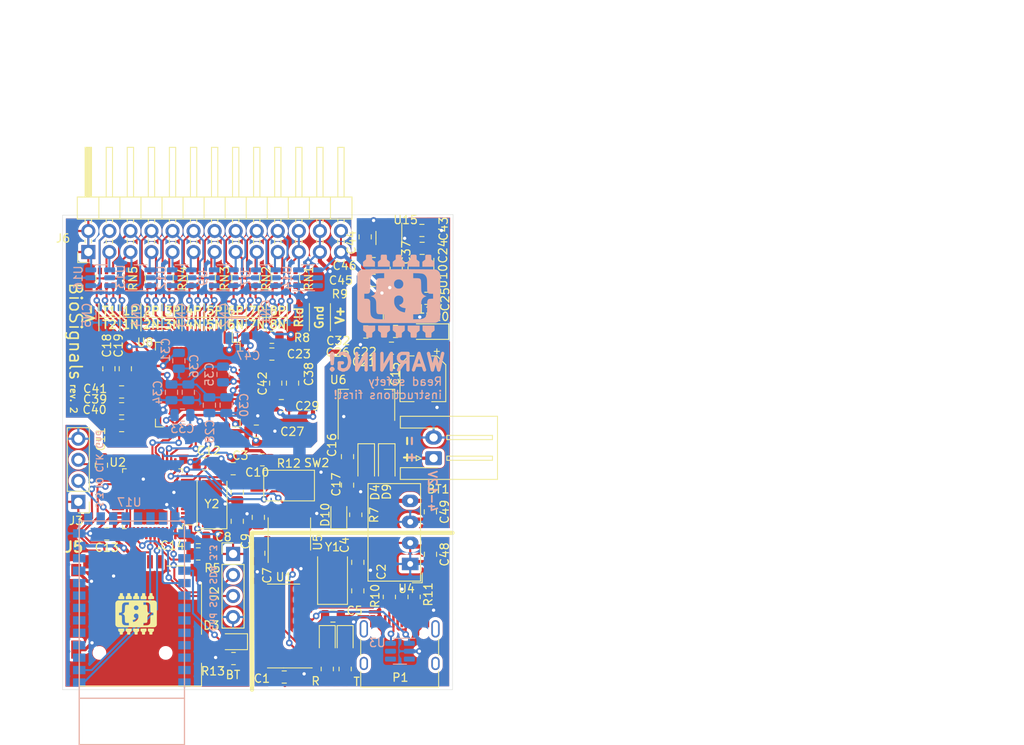
<source format=kicad_pcb>
(kicad_pcb (version 20221018) (generator pcbnew)
  (layers (0 "F.Cu" signal) (31 "B.Cu" signal) (34 "B.Paste" user) (35 "F.Paste" user) (36 "B.SilkS" user "B.Silkscreen") (37 "F.SilkS" user "F.Silkscreen") (38 "B.Mask" user) (39 "F.Mask" user) (44 "Edge.Cuts" user))
  (net 0 "")
  (net 1 "GNDD")
  (net 2 "GND")
  (net 3 "+5V")
  (net 4 "Net-(C2-Pad1)")
  (net 5 "/NRST")
  (net 6 "Net-(C4-Pad1)")
  (net 7 "Net-(C5-Pad1)")
  (net 8 "/OSC_0")
  (net 9 "VDD")
  (net 10 "/OSC_1")
  (net 11 "/PWR_IN")
  (net 12 "Net-(C18-Pad1)")
  (net 13 "/IN_RLD_DRV")
  (net 14 "/Vneg_raw")
  (net 15 "Net-(C25-Pad2)")
  (net 16 "Net-(C25-Pad1)")
  (net 17 "VDDA")
  (net 18 "VSSA")
  (net 19 "/VCAP3")
  (net 20 "/VCAP1")
  (net 21 "/VCAP2")
  (net 22 "/VCAP4")
  (net 23 "Net-(C44-Pad1)")
  (net 24 "/IN_7N")
  (net 25 "/IN_8N")
  (net 26 "/IN_8P")
  (net 27 "/IN_5N")
  (net 28 "/IN_6N")
  (net 29 "/IN_6P")
  (net 30 "/IN_7P")
  (net 31 "/IN_3N")
  (net 32 "/IN_4N")
  (net 33 "/IN_4P")
  (net 34 "/IN_5P")
  (net 35 "/IN_1N")
  (net 36 "/IN_2N")
  (net 37 "/IN_2P")
  (net 38 "/IN_3P")
  (net 39 "/IN_TESTP2")
  (net 40 "/IN_TESTP1")
  (net 41 "/IN_1P")
  (net 42 "Net-(D1-Pad2)")
  (net 43 "Net-(D1-Pad1)")
  (net 44 "Net-(D2-Pad2)")
  (net 45 "Net-(D2-Pad1)")
  (net 46 "/SD_CS")
  (net 47 "Net-(D10-Pad1)")
  (net 48 "/USB_DP")
  (net 49 "/USB_DM")
  (net 50 "/I2C_SCL")
  (net 51 "/I2C_SDA")
  (net 52 "/SWCLK")
  (net 53 "/SWDIO")
  (net 54 "/RLD_DRV")
  (net 55 "/8P")
  (net 56 "/7P")
  (net 57 "/6P")
  (net 58 "/5P")
  (net 59 "/4P")
  (net 60 "/3P")
  (net 61 "/2P")
  (net 62 "/1P")
  (net 63 "/TESTP2")
  (net 64 "/TESTP1")
  (net 65 "/1N")
  (net 66 "/2N")
  (net 67 "/3N")
  (net 68 "/4N")
  (net 69 "/5N")
  (net 70 "/6N")
  (net 71 "/7N")
  (net 72 "/8N")
  (net 73 "/5V_ISO")
  (net 74 "/FE_RESET")
  (net 75 "/FE_DRDY")
  (net 76 "/TX_ISO")
  (net 77 "/RX_ISO")
  (net 78 "/FE_CS")
  (net 79 "Net-(C47-Pad2)")
  (net 80 "Net-(P1-PadA5)")
  (net 81 "Net-(P1-PadB5)")
  (net 83 "Net-(C23-Pad1)")
  (net 84 "Net-(R5-Pad2)")
  (net 85 "Net-(D3-Pad2)")
  (net 86 "Net-(D3-Pad1)")
  (net 87 "/BT_TX")
  (net 88 "/BT_RX")
  (net 89 "/BAT_IN")
  (net 90 "/SPI1_MOSI")
  (net 91 "/SPI1_MISO")
  (net 92 "/SPI1_SCLK")
  (net 93 "/SPI2_MISO")
  (net 94 "/SPI2_SCLK")
  (net 95 "/SPI2_MOSI")
  (net 96 "/BT_KEY")
  (footprint "Charleslabs_Parts:Charleslabs_Logo_5mm" (layer "F.Cu") (at 69.596 73.7235)
    (fp_text reference "LOGO1" hide)
    (fp_text value "Logo_Open_Hardware_Large" hide)
  )
  (footprint "Capacitor_SMD:CP_Elec_5x5.4" (layer "F.Cu") (at 104.1908 45.34408 -90)
    (fp_text reference "C15")
    (fp_text value "10u")
  )
  (footprint "Resistor_SMD:R_Array_Convex_4x0603" (layer "F.Cu") (at 72.39366 33.22658 -90)
    (fp_text reference "RN4")
    (fp_text value "2.2k")
  )
  (footprint "Capacitor_SMD:C_0805_2012Metric" (layer "F.Cu") (at 81.79816 59.05758 -90)
    (fp_text reference "C10")
    (fp_text value "22p")
  )
  (footprint "Crystal:Crystal_SMD_5032-2Pin_5.0x3.2mm" (layer "F.Cu") (at 93.29166 69.52908 90)
    (fp_text reference "Y1")
    (fp_text value "12MHz")
  )
  (footprint "Resistor_SMD:R_Array_Convex_4x0603" (layer "F.Cu") (at 82.80766 33.22658 -90)
    (fp_text reference "RN2")
    (fp_text value "2.2k")
  )
  (footprint "Capacitor_Tantalum_SMD:CP_EIA-3216-10_Kemet-I" (layer "F.Cu") (at 105.00232 39.6494 180)
    (fp_text reference "C20")
    (fp_text value "10u,tant")
  )
  (footprint "Resistor_SMD:R_Array_Convex_4x0603" (layer "F.Cu") (at 87.63366 33.20458 -90)
    (fp_text reference "RN1")
    (fp_text value "2.2k")
  )
  (footprint "Capacitor_SMD:C_0805_2012Metric" (layer "F.Cu") (at 95.10268 58.18632 -90)
    (fp_text reference "C17")
    (fp_text value "10u")
  )
  (footprint "Diode_SMD:D_SOD-123" (layer "F.Cu") (at 99.83216 55.43958 -90)
    (fp_text reference "D9")
    (fp_text value "5819")
  )
  (footprint "Capacitor_SMD:C_0805_2012Metric" (layer "F.Cu") (at 104.67316 35.62858)
    (fp_text reference "C25")
    (fp_text value "10u")
  )
  (footprint "Package_TO_SOT_SMD:SOT-23-5" (layer "F.Cu") (at 100.97516 36.58108 90)
    (fp_text reference "U11")
    (fp_text value "HT7525-7")
  )
  (footprint "Package_TO_SOT_SMD:SOT-23-5" (layer "F.Cu") (at 100.08866 28.34658 -90)
    (fp_text reference "U15")
    (fp_text value "TPS72325")
  )
  (footprint "Resistor_SMD:R_0805_2012Metric" (layer "F.Cu") (at 77.08416 66.48958 180)
    (fp_text reference "R5")
    (fp_text value "10k")
  )
  (footprint "Capacitor_SMD:C_0805_2012Metric" (layer "F.Cu") (at 96.33966 70.94958 90)
    (fp_text reference "C2")
    (fp_text value "22p")
  )
  (footprint "Capacitor_SMD:C_0805_2012Metric" (layer "F.Cu") (at 81.30516 56.20258)
    (fp_text reference "C3")
    (fp_text value "100n")
  )
  (footprint "Capacitor_SMD:C_0805_2012Metric" (layer "F.Cu") (at 96.33966 67.50558 -90)
    (fp_text reference "C4")
    (fp_text value "22p")
  )
  (footprint "Capacitor_SMD:C_0805_2012Metric" (layer "F.Cu") (at 93.34016 73.98258)
    (fp_text reference "C5")
    (fp_text value "10n")
  )
  (footprint "Capacitor_SMD:C_0805_2012Metric" (layer "F.Cu") (at 84.3915 66.41108 -90)
    (fp_text reference "C7")
    (fp_text value "100n")
  )
  (footprint "Capacitor_SMD:C_0805_2012Metric" (layer "F.Cu") (at 65.405 55.7807 -90)
    (fp_text reference "C11")
    (fp_text value "100n")
  )
  (footprint "Capacitor_SMD:C_0805_2012Metric" (layer "F.Cu") (at 77.84314 55.61584)
    (fp_text reference "C12")
    (fp_text value "100n")
  )
  (footprint "Capacitor_SMD:C_0805_2012Metric" (layer "F.Cu") (at 66.05016 64.07658 180)
    (fp_text reference "C13")
    (fp_text value "100n")
  )
  (footprint "Capacitor_SMD:C_0805_2012Metric" (layer "F.Cu") (at 77.09916 64.52108)
    (fp_text reference "C14")
    (fp_text value "10u")
  )
  (footprint "Capacitor_SMD:C_0805_2012Metric" (layer "F.Cu") (at 95.0976 54.74208 90)
    (fp_text reference "C16")
    (fp_text value "100n")
  )
  (footprint "Capacitor_SMD:C_0805_2012Metric" (layer "F.Cu") (at 66.30924 44.12996 -90)
    (fp_text reference "C18")
    (fp_text value "10u")
  )
  (footprint "Capacitor_SMD:C_0805_2012Metric" (layer "F.Cu") (at 68.29044 44.12996 -90)
    (fp_text reference "C19")
    (fp_text value "100n")
  )
  (footprint "Capacitor_SMD:C_0805_2012Metric" (layer "F.Cu") (at 100.39834 41.65092)
    (fp_text reference "C21")
    (fp_text value "10u")
  )
  (footprint "Capacitor_SMD:C_0805_2012Metric" (layer "F.Cu") (at 100.89666 39.62908)
    (fp_text reference "C22")
    (fp_text value "100n")
  )
  (footprint "Capacitor_SMD:C_0805_2012Metric" (layer "F.Cu") (at 85.97416 42.35958 180)
    (fp_text reference "C23")
    (fp_text value "1n")
  )
  (footprint "Capacitor_SMD:C_0805_2012Metric" (layer "F.Cu") (at 97.30716 39.69258 180)
    (fp_text reference "C26")
    (fp_text value "100n")
  )
  (footprint "Capacitor_SMD:C_0805_2012Metric" (layer "F.Cu") (at 84.0994 51.6636)
    (fp_text reference "C27")
    (fp_text value "1u")
  )
  (footprint "Capacitor_SMD:C_0805_2012Metric" (layer "F.Cu") (at 87.11716 48.58258)
    (fp_text reference "C29")
    (fp_text value "1u")
  )
  (footprint "Capacitor_SMD:C_0805_2012Metric" (layer "F.Cu") (at 97.30716 37.66058 180)
    (fp_text reference "C32")
    (fp_text value "10u")
  )
  (footprint "Capacitor_SMD:C_0805_2012Metric" (layer "F.Cu") (at 86.43366 45.86708 90)
    (fp_text reference "C38")
    (fp_text value "1u")
  )
  (footprint "Capacitor_SMD:C_0805_2012Metric" (layer "F.Cu") (at 67.84316 50.99558 180)
    (fp_text reference "C40")
    (fp_text value "1u")
  )
  (footprint "Capacitor_SMD:C_0805_2012Metric" (layer "F.Cu") (at 67.84316 46.93158 180)
    (fp_text reference "C41")
    (fp_text value "1u")
  )
  (footprint "Capacitor_SMD:C_0805_2012Metric" (layer "F.Cu") (at 88.46566 45.86708 90)
    (fp_text reference "C42")
    (fp_text value "100n")
  )
  (footprint "Capacitor_SMD:C_0805_2012Metric" (layer "F.Cu") (at 97.22866 28.21408 90)
    (fp_text reference "C44")
    (fp_text value "10n")
  )
  (footprint "Capacitor_SMD:C_0805_2012Metric" (layer "F.Cu") (at 98.19616 33.46958 180)
    (fp_text reference "C45")
    (fp_text value "2.2u")
  )
  (footprint "Capacitor_SMD:C_0805_2012Metric" (layer "F.Cu") (at 98.19616 31.43758 180)
    (fp_text reference "C46")
    (fp_text value "10u")
  )
  (footprint "LED_SMD:LED_0805_2012Metric" (layer "F.Cu") (at 94.81566 76.82508 -90)
    (fp_text reference "D1")
    (fp_text value "RX_LED")
  )
  (footprint "LED_SMD:LED_0805_2012Metric" (layer "F.Cu") (at 94.05112 61.76264 90)
    (fp_text reference "D10")
    (fp_text value "PWR_LED")
  )
  (footprint "Connector_PinHeader_2.54mm:PinHeader_1x04_P2.54mm_Vertical" (layer "F.Cu") (at 62.62116 60.20308 180)
    (fp_text reference "J3")
    (fp_text value "SWD")
  )
  (footprint "Connector_PinHeader_2.54mm:PinHeader_2x13_P2.54mm_Horizontal" (layer "F.Cu") (at 63.82766 30.04058 90)
    (fp_text reference "J6")
    (fp_text value "Input")
  )
  (footprint "Resistor_SMD:R_0805_2012Metric" (layer "F.Cu") (at 94.81566 80.38108 -90)
    (fp_text reference "R3")
    (fp_text value "1k")
  )
  (footprint "Resistor_SMD:R_0805_2012Metric" (layer "F.Cu") (at 92.65666 80.38108 -90)
    (fp_text reference "R4")
    (fp_text value "1k")
  )
  (footprint "Resistor_SMD:R_0805_2012Metric" (layer "F.Cu") (at 96.09328 61.76264 -90)
    (fp_text reference "R7")
    (fp_text value "1k")
  )
  (footprint "Resistor_SMD:R_0805_2012Metric" (layer "F.Cu") (at 85.97416 40.32758)
    (fp_text reference "R8")
    (fp_text value "1M")
  )
  (footprint "Resistor_SMD:R_0805_2012Metric" (layer "F.Cu") (at 97.30716 35.62858)
    (fp_text reference "R9")
    (fp_text value "1k")
  )
  (footprint "Package_SO:SOIC-16_3.9x9.9mm_P1.27mm" (layer "F.Cu") (at 87.38766 75.18908 180)
    (fp_text reference "U1")
    (fp_text value "CH340G")
  )
  (footprint "Converter_DCDC:Converter_DCDC_muRata_CRE1xxxxxxSC_THT" (layer "F.Cu") (at 102.66172 67.70116 180)
    (fp_text reference "U4")
    (fp_text value "CRE1S0505SC")
  )
  (footprint "Package_SO:SOIC-8_3.9x4.9mm_P1.27mm" (layer "F.Cu") (at 88.08466 64.07658 90)
    (fp_text reference "U5")
    (fp_text value "ISO7321C")
  )
  (footprint "Package_TO_SOT_SMD:SOT-223-3_TabPin2" (layer "F.Cu") (at 97.3836 48.52416 90)
    (fp_text reference "U6")
    (fp_text value "AMS1117-3.3")
  )
  (footprint "Capacitor_SMD:C_0805_2012Metric" (layer "F.Cu") (at 84.33816 62.0753 90)
    (fp_text reference "C9")
    (fp_text value "100n")
  )
  (footprint "Package_QFP:TQFP-64_10x10mm_P0.5mm" (layer "F.Cu") (at 77.03566 46.04258 -90)
    (fp_text reference "U8")
    (fp_text value "ADS1298PAG")
  )
  (footprint "Connector_JST:JST_XH_S2B-XH-A-1_1x02_P2.50mm_Horizontal" (layer "F.Cu") (at 105.48366 54.93258 90)
    (fp_text reference "BT1")
    (fp_text value "6V Battery")
  )
  (footprint "Capacitor_SMD:C_0805_2012Metric" (layer "F.Cu") (at 81.79816 62.55008 90)
    (fp_text reference "C8")
    (fp_text value "22p")
  )
  (footprint "Resistor_SMD:R_0805_2012Metric" (layer "F.Cu") (at 84.82266 55.12308)
    (fp_text reference "R12")
    (fp_text value "10k")
  )
  (footprint "Resistor_SMD:R_0805_2012Metric" (layer "F.Cu") (at 100.14966 71.68158 90)
    (fp_text reference "R10")
    (fp_text value "5.1k")
  )
  (footprint "Connector_USB:USB_C_Receptacle_HRO_TYPE-C-31-M-12" (layer "F.Cu") (at 101.39166 78.66258)
    (fp_text reference "P1")
    (fp_text value "USB_C_Plug_USB2.0")
  )
  (footprint "Resistor_SMD:R_Array_Convex_4x0603" (layer "F.Cu") (at 66.42466 33.22658 -90)
    (fp_text reference "RN5")
    (fp_text value "2.2k")
  )
  (footprint "Capacitor_SMD:C_0805_2012Metric" (layer "F.Cu") (at 67.84316 48.96358 180)
    (fp_text reference "C39")
    (fp_text value "22u")
  )
  (footprint "Resistor_SMD:R_0805_2012Metric" (layer "F.Cu") (at 103.13416 71.68158 90)
    (fp_text reference "R11")
    (fp_text value "5.1k")
  )
  (footprint "Capacitor_SMD:C_0805_2012Metric" (layer "F.Cu") (at 105.11028 66.53276 -90)
    (fp_text reference "C48")
    (fp_text value "4.7u")
  )
  (footprint "Capacitor_SMD:C_0805_2012Metric" (layer "F.Cu") (at 104.10166 29.59608 180)
    (fp_text reference "C24")
    (fp_text value "10u")
  )
  (footprint "Resistor_SMD:R_0805_2012Metric" (layer "F.Cu") (at 81.3435 79.121)
    (fp_text reference "R13")
    (fp_text value "1k")
  )
  (footprint "Resistor_SMD:R_Array_Convex_4x0603" (layer "F.Cu") (at 77.47366 33.22658 -90)
    (fp_text reference "RN3")
    (fp_text value "2.2k")
  )
  (footprint "Button_Switch_SMD:SW_SPST_CK_RS282G05A3" (layer "F.Cu") (at 88.04766 58.23458 180)
    (fp_text reference "SW2")
    (fp_text value "SW_Push")
  )
  (footprint "Capacitor_SMD:C_0805_2012Metric" (layer "F.Cu") (at 87.46466 81.34858)
    (fp_text reference "C1")
    (fp_text value "100n")
  )
  (footprint "Connector_PinHeader_2.54mm:PinHeader_1x04_P2.54mm_Vertical" (layer "F.Cu") (at 81.29016 66.48958)
    (fp_text reference "J2")
    (fp_text value "I2C")
  )
  (footprint "Capacitor_SMD:C_0805_2012Metric" (layer "F.Cu") (at 105.09504 61.40704 -90)
    (fp_text reference "C49")
    (fp_text value "10u")
  )
  (footprint "Capacitor_SMD:C_0805_2012Metric" (layer "F.Cu") (at 104.07166 27.43708)
    (fp_text reference "C43")
    (fp_text value "2.2u")
  )
  (footprint "Package_TO_SOT_SMD:SOT-23-6" (layer "F.Cu") (at 103.95716 32.60108 -90)
    (fp_text reference "U10")
    (fp_text value "LM2664")
  )
  (footprint "Diode_SMD:D_SOD-123" (layer "F.Cu") (at 97.35566 55.43958 -90)
    (fp_text reference "D4")
    (fp_text value "5819")
  )
  (footprint "Crystal:Crystal_SMD_5032-2Pin_5.0x3.2mm" (layer "F.Cu") (at 78.75016 60.40208 90)
    (fp_text reference "Y2")
    (fp_text value "8MHz")
  )
  (footprint "C10418:TFPUSH" (layer "F.Cu") (at 70.11416 75.18908)
    (fp_text reference "J5")
    (fp_text value "TF_PUSH" hide)
  )
  (footprint "LED_SMD:LED_0805_2012Metric" (layer "F.Cu") (at 92.65666 76.82508 -90)
    (fp_text reference "D2")
    (fp_text value "TX_LED")
  )
  (footprint "LED_SMD:LED_0805_2012Metric" (layer "F.Cu") (at 81.3435 77.089 180)
    (fp_text reference "D3")
    (fp_text value "BT_LED")
  )
  (footprint "Capacitor_SMD:C_0805_2012Metric" (layer "F.Cu") (at 100.97516 32.12108 -90)
    (fp_text reference "C37")
    (fp_text value "1u")
  )
  (footprint "Package_QFP:LQFP-48_7x7mm_P0.5mm" (layer "F.Cu") (at 71.57466 59.82208 180)
    (fp_text reference "U2")
    (fp_text value "STM32F103C8Tx")
  )
  (footprint "Package_TO_SOT_SMD:SOT-23-6" (layer "B.Cu") (at 80.16766 33.14958)
    (fp_text reference "U9")
    (fp_text value "TPD4E1U06")
  )
  (footprint "Capacitor_SMD:C_0805_2012Metric" (layer "B.Cu") (at 78.43266 48.53408 -90)
    (fp_text reference "C28")
    (fp_text value "1u")
  )
  (footprint "Capacitor_SMD:C_0805_2012Metric" (layer "B.Cu") (at 80.46466 48.53408 -90)
    (fp_text reference "C30")
    (fp_text value "1u")
  )
  (footprint "Capacitor_SMD:C_0805_2012Metric" (layer "B.Cu") (at 74.74966 43.17008 -90)
    (fp_text reference "C31")
    (fp_text value "1u")
  )
  (footprint "Capacitor_SMD:C_0805_2012Metric" (layer "B.Cu") (at 73.86066 46.98008 -90)
    (fp_text reference "C34")
    (fp_text value "100n")
  )
  (footprint "Capacitor_SMD:C_0805_2012Metric" (layer "B.Cu") (at 80.08366 44.82108 -90)
    (fp_text reference "C35")
    (fp_text value "100n")
  )
  (footprint "Capacitor_SMD:C_0805_2012Metric" (layer "B.Cu") (at 75.89266 46.98008 -90)
    (fp_text reference "C36")
    (fp_text value "100n")
  )
  (footprint "Resistor_SMD:R_Array_Convex_4x0603" (layer "B.Cu") (at 87.63366 37.67158 -90)
    (fp_text reference "CN1")
    (fp_text value "1n")
  )
  (footprint "Resistor_SMD:R_Array_Convex_4x0603" (layer "B.Cu") (at 72.39366 37.67158 -90)
    (fp_text reference "CN4")
    (fp_text value "1n")
  )
  (footprint "Resistor_SMD:R_Array_Convex_4x0603" (layer "B.Cu") (at 66.42466 37.67158 -90)
    (fp_text reference "CN5")
    (fp_text value "1n")
  )
  (footprint "Package_TO_SOT_SMD:SOT-23-6" (layer "B.Cu") (at 101.41966 78.23458 180)
    (fp_text reference "U3")
    (fp_text value "TPD4E1U06")
  )
  (footprint "Package_TO_SOT_SMD:SOT-23-6" (layer "B.Cu") (at 65.26766 33.14958)
    (fp_text reference "U16")
    (fp_text value "TPD4E1U06")
  )
  (footprint "Package_TO_SOT_SMD:SOT-23-6" (layer "B.Cu") (at 90.32766 33.14958)
    (fp_text reference "U14")
    (fp_text value "TPD4E1U06")
  )
  (footprint "Resistor_SMD:R_Array_Convex_4x0603" (layer "B.Cu") (at 77.47366 37.67158 -90)
    (fp_text reference "CN3")
    (fp_text value "1n")
  )
  (footprint "Package_TO_SOT_SMD:SOT-23-6" (layer "B.Cu") (at 70.13466 33.14958)
    (fp_text reference "U13")
    (fp_text value "TPD4E1U06")
  )
  (footprint "Resistor_SMD:R_Array_Convex_4x0603" (layer "B.Cu") (at 82.80766 37.67158 -90)
    (fp_text reference "CN2")
    (fp_text value "1n")
  )
  (footprint "Capacitor_SMD:C_0805_2012Metric" (layer "B.Cu") (at 75.17916 49.72558)
    (fp_text reference "C33")
    (fp_text value "100n")
  )
  (footprint "Package_TO_SOT_SMD:SOT-23-6" (layer "B.Cu") (at 75.08766 33.14958)
    (fp_text reference "U12")
    (fp_text value "TPD4E1U06")
  )
  (footprint "Capacitor_SMD:C_0805_2012Metric" (layer "B.Cu") (at 81.81316 40.45458)
    (fp_text reference "C47")
    (fp_text value "1n")
  )
  (footprint "Package_TO_SOT_SMD:SOT-23-6" (layer "B.Cu") (at 85.24766 33.14958)
    (fp_text reference "U7")
    (fp_text value "TPD4E1U06")
  )
  (footprint "C10418:HC-05" (layer "B.Cu") (at 62.72766 64.01308)
    (fp_text reference "U17")
    (fp_text value "HC-06")
  )
  (footprint "Charleslabs_Parts:Charleslabs_Logo_10mm" (layer "B.Cu") (at 101.2825 35.3695 180)
    (fp_text reference "LOGO2" hide)
    (fp_text value "Logo_Open_Hardware_Large" hide)
  )
  (gr_line (start 90.49766 36.26358) (end 90.49766 39.56558) (stroke (width 0.12)) (layer "F.SilkS"))
  (gr_line (start 87.83066 36.26358) (end 87.83066 39.56558) (stroke (width 0.12)) (layer "F.SilkS"))
  (gr_line (start 93.03766 36.26358) (end 93.03766 39.56558) (stroke (width 0.12)) (layer "F.SilkS"))
  (gr_line (start 75.13066 36.26358) (end 75.13066 39.56558) (stroke (width 0.12)) (layer "F.SilkS"))
  (gr_line (start 77.79766 36.26358) (end 77.79766 39.56558) (stroke (width 0.12)) (layer "F.SilkS"))
  (gr_line (start 80.33766 36.26358) (end 80.33766 39.56558) (stroke (width 0.12)) (layer "F.SilkS"))
  (gr_line (start 82.87766 36.26358) (end 82.87766 39.56558) (stroke (width 0.12)) (layer "F.SilkS"))
  (gr_line (start 85.29066 36.26358) (end 85.29066 39.56558) (stroke (width 0.12)) (layer "F.SilkS"))
  (gr_line (start 65.09766 37.91458) (end 87.83066 37.91458) (stroke (width 0.12)) (layer "F.SilkS"))
  (gr_line (start 65.09766 36.26358) (end 65.09766 39.56558) (stroke (width 0.12)) (layer "F.SilkS"))
  (gr_line (start 67.63766 36.26358) (end 67.63766 39.56558) (stroke (width 0.12)) (layer "F.SilkS"))
  (gr_line (start 70.17766 36.26358) (end 70.17766 39.56558) (stroke (width 0.12)) (layer "F.SilkS"))
  (gr_line (start 72.71766 36.26358) (end 72.71766 39.56558) (stroke (width 0.12)) (layer "F.SilkS"))
  (gr_line (start 83.566 63.9445) (end 107.76966 63.9445) (stroke (width 0.5)) (layer "F.SilkS"))
  (gr_line (start 83.57616 82.87258) (end 83.566 63.9445) (stroke (width 0.5)) (layer "F.SilkS"))
  (gr_line (start 60.71616 25.59558) (end 107.83316 25.53208) (stroke (width 0.05)) (layer "Edge.Cuts"))
  (gr_line (start 60.71616 25.59558) (end 60.71616 82.87258) (stroke (width 0.05)) (layer "Edge.Cuts"))
  (gr_line (start 107.76966 82.87258) (end 107.83316 25.53208) (stroke (width 0.05)) (layer "Edge.Cuts"))
  (gr_line (start 60.71616 82.87258) (end 107.76966 82.87258) (stroke (width 0.05)) (layer "Edge.Cuts"))
  (gr_text "3.3 IO CLK Gnd" (at 65.151 56.261 270) (layer "B.SilkS") (effects (font (size 0.8 0.8)) (justify mirror)))
  (gr_text "Gnd SCL SDA 3.3" (at 78.867 70.612 270) (layer "B.SilkS") (effects (font (size 0.8 0.8)) (justify mirror)))
  (gr_text "4-12V" (at 105.3465 58.928 270) (layer "B.SilkS") (effects (font (size 1 1) (thickness 0.2)) (justify mirror)))
  (gr_text "WARNING!" (at 99.822 43.3705) (layer "B.SilkS") (effects (font (size 2 2) (thickness 0.4)) (justify mirror)))
  (gr_text "+ -" (at 102.9335 53.848 270) (layer "B.SilkS") (effects (font (size 1 1) (thickness 0.25)) (justify mirror)))
  (gr_text "Read safety\ninstructions first!" (at 106.6165 46.482) (layer "B.SilkS") (effects (font (size 1 1)) (justify left mirror)))
  (gr_text "rev. 2" (at 62.0395 47.752 270) (layer "F.SilkS") (effects (font (size 0.8 0.8))))
  (gr_text "8N" (at 86.68766 38.80358) (layer "F.SilkS") (effects (font (size 1 1) (thickness 0.2))))
  (gr_text "T2" (at 66.36766 38.80358) (layer "F.SilkS") (effects (font (size 1 1) (thickness 0.2))))
  (gr_text "Gnd" (at 91.68166 37.91458 90) (layer "F.SilkS") (effects (font (size 1 1) (thickness 0.2))))
  (gr_text "V+" (at 94.18066 37.66058 90) (layer "F.SilkS") (effects (font (size 1 1) (thickness 0.25))))
  (gr_text "1N" (at 68.90766 38.80358) (layer "F.SilkS") (effects (font (size 1 1) (thickness 0.2))))
  (gr_text "2N" (at 71.44766 38.80358) (layer "F.SilkS") (effects (font (size 1 1) (thickness 0.2))))
  (gr_text "3N" (at 73.98766 38.80358) (layer "F.SilkS") (effects (font (size 1 1) (thickness 0.2))))
  (gr_text "4N" (at 76.52766 38.80358) (layer "F.SilkS") (effects (font (size 1 1) (thickness 0.2))))
  (gr_text "5N" (at 79.06766 38.80358) (layer "F.SilkS") (effects (font (size 1 1) (thickness 0.2))))
  (gr_text "6N" (at 81.60766 38.80358) (layer "F.SilkS") (effects (font (size 1 1) (thickness 0.2))))
  (gr_text "7N" (at 84.14766 38.80358) (layer "F.SilkS") (effects (font (size 1 1) (thickness 0.2))))
  (gr_text "1P" (at 68.90766 37.15258) (layer "F.SilkS") (effects (font (size 1 1) (thickness 0.2))))
  (gr_text "2P" (at 71.44766 37.15258) (layer "F.SilkS") (effects (font (size 1 1) (thickness 0.2))))
  (gr_text "3P" (at 73.98766 37.15258) (layer "F.SilkS") (effects (font (size 1 1) (thickness 0.2))))
  (gr_text "4P" (at 76.52766 37.15258) (layer "F.SilkS") (effects (font (size 1 1) (thickness 0.2))))
  (gr_text "5P" (at 79.06766 37.15258) (layer "F.SilkS") (effects (font (size 1 1) (thickness 0.2))))
  (gr_text "6P" (at 81.60766 37.15258) (layer "F.SilkS") (effects (font (size 1 1) (thickness 0.2))))
  (gr_text "7P" (at 84.14766 37.15258) (layer "F.SilkS") (effects (font (size 1 1) (thickness 0.2))))
  (gr_text "8P" (at 86.68766 37.15258) (layer "F.SilkS") (effects (font (size 1 1) (thickness 0.2))))
  (gr_text "V-" (at 64.08166 37.40658 90) (layer "F.SilkS") (effects (font (size 1 1) (thickness 0.25))))
  (gr_text "T1" (at 66.36766 37.15258) (layer "F.SilkS") (effects (font (size 1 1) (thickness 0.2))))
  (gr_text "Rld" (at 89.22766 37.91458 90) (layer "F.SilkS") (effects (font (size 1 1) (thickness 0.2))))
  (gr_text "R" (at 91.2495 81.8515) (layer "F.SilkS") (effects (font (size 1 1))))
  (gr_text "T" (at 96.2025 81.915) (layer "F.SilkS") (effects (font (size 1 1))))
  (gr_text "BT" (at 81.28 81.0895) (layer "F.SilkS") (effects (font (size 1 1))))
  (gr_text "+ -" (at 102.362 53.848 270) (layer "F.SilkS") (effects (font (size 1 1) (thickness 0.25)) (justify mirror)))
  (gr_text "BioSignals" (at 62.2935 39.624 270) (layer "F.SilkS") (effects (font (size 1.5 1.5) (thickness 0.2))))
  (segment (start 103.65232 38.05428) (end 103.81488 37.89172) (width 0.5) (layer "F.Cu") (net 1))
  (segment (start 101.85448 39.6494) (end 101.83416 39.62908) (width 0.5) (layer "F.Cu") (net 1))
  (segment (start 102.93834 62.34454) (end 102.66172 62.62116) (width 0.5) (layer "F.Cu") (net 1))
  (segment (start 95.0836 51.67416) (end 95.0836 50.33896) (width 0.5) (layer "F.Cu") (net 1))
  (segment (start 95.0836 53.79058) (end 95.0976 53.80458) (width 0.5) (layer "F.Cu") (net 1))
  (segment (start 95.10268 59.12382) (end 96.53754 59.12382) (width 0.5) (layer "F.Cu") (net 1))
  (segment (start 96.09328 60.82514) (end 96.09328 60.11442) (width 0.5) (layer "F.Cu") (net 1))
  (segment (start 101.33584 41.65092) (end 101.90988 41.07688) (width 0.5) (layer "F.Cu") (net 1))
  (segment (start 96.53754 59.12382) (end 96.68256 58.9788) (width 0.5) (layer "F.Cu") (net 1))
  (segment (start 103.65232 39.6494) (end 103.65232 38.05428) (width 0.5) (layer "F.Cu") (net 1))
  (segment (start 95.0836 50.33896) (end 94.64548 49.90084) (width 0.5) (layer "F.Cu") (net 1))
  (segment (start 105.09504 62.34454) (end 102.93834 62.34454) (width 0.5) (layer "F.Cu") (net 1))
  (segment (start 101.90988 41.07688) (end 101.90988 39.7048) (width 0.5) (layer "F.Cu") (net 1))
  (segment (start 88.83366 32.30458) (end 89.37666 32.30458) (width 0.25) (layer "F.Cu") (net 1))
  (segment (start 95.0836 51.67416) (end 95.0836 53.79058) (width 0.5) (layer "F.Cu") (net 1))
  (segment (start 88.83366 34.21858) (end 90.11666 35.50158) (width 0.25) (layer "F.Cu") (net 1))
  (segment (start 89.37666 32.30458) (end 90.37066 31.31058) (width 0.25) (layer "F.Cu") (net 1))
  (segment (start 88.83366 34.10458) (end 88.83366 34.21858) (width 0.25) (layer "F.Cu") (net 1))
  (segment (start 103.65232 39.6494) (end 101.85448 39.6494) (width 0.5) (layer "F.Cu") (net 1))
  (segment (start 104.1908 47.54408) (end 104.6382 47.54408) (width 0.5) (layer "F.Cu") (net 1))
  (segment (start 104.6382 47.54408) (end 105.89768 48.80356) (width 0.5) (layer "F.Cu") (net 1))
  (segment (start 96.09328 60.11442) (end 95.10268 59.12382) (width 0.5) (layer "F.Cu") (net 1))
  (segment (start 101.90988 39.7048) (end 101.83416 39.62908) (width 0.5) (layer "F.Cu") (net 1))
  (segment (start 85.29066 51.75758) (end 85.03666 51.50358) (width 0.3) (layer "F.Cu") (net 1))
  (segment (start 83.03768 61.60008) (end 83.87588 61.60008) (width 0.25) (layer "F.Cu") (net 1))
  (segment (start 81.79816 61.60008) (end 83.03768 61.60008) (width 0.25) (layer "F.Cu") (net 1))
  (segment (start 83.03768 61.60008) (end 83.01736 61.60008) (width 0.25) (layer "F.Cu") (net 1))
  (segment (start 83.01736 61.60008) (end 82.97672 61.64072) (width 0.25) (layer "F.Cu") (net 1))
  (segment (start 84.33816 61.1378) (end 84.582 61.1378) (width 0.25) (layer "F.Cu") (net 1))
  (segment (start 83.87588 61.60008) (end 84.33816 61.1378) (width 0.25) (layer "F.Cu") (net 1))
  (segment (start 80.36766 56.20258) (end 80.36766 55.49598) (width 0.25) (layer "F.Cu") (net 1))
  (segment (start 80.36766 55.49598) (end 79.86268 54.991) (width 0.25) (layer "F.Cu") (net 1))
  (segment (start 78.78064 55.61584) (end 79.78092 55.61584) (width 0.25) (layer "F.Cu") (net 1))
  (segment (start 79.78092 55.61584) (end 80.36766 56.20258) (width 0.25) (layer "F.Cu") (net 1))
  (segment (start 69.32466 55.65958) (end 69.32466 56.462782) (width 0.25) (layer "F.Cu") (net 1))
  (segment (start 69.32466 56.462782) (end 70.321758 57.45988) (width 0.25) (layer "F.Cu") (net 1))
  (segment (start 70.321758 57.45988) (end 70.4596 57.45988) (width 0.25) (layer "F.Cu") (net 1))
  (segment (start 67.41216 62.07208) (end 66.41716 62.07208) (width 0.25) (layer "F.Cu") (net 1))
  (segment (start 66.41716 62.07208) (end 65.11266 63.37658) (width 0.25) (layer "F.Cu") (net 1))
  (segment (start 65.11266 63.37658) (end 65.11266 64.07658) (width 0.25) (layer "F.Cu") (net 1))
  (segment (start 73.82466 63.98458) (end 73.82466 61.0637) (width 0.25) (layer "F.Cu") (net 1))
  (segment (start 73.82466 61.0637) (end 73.28916 60.5282) (width 0.25) (layer "F.Cu") (net 1))
  (segment (start 75.73716 59.07208) (end 74.16476 59.07208) (width 0.25) (layer "F.Cu") (net 1))
  (segment (start 74.16476 59.07208) (end 74.15276 59.06008) (width 0.25) (layer "F.Cu") (net 1))
  (segment (start 65.405 56.7182) (end 65.1002 56.7182) (width 0.4) (layer "F.Cu") (net 1))
  (segment (start 65.1002 56.7182) (end 64.2366 57.5818) (width 0.4) (layer "F.Cu") (net 1))
  (segment (start 81.79816 60.00758) (end 80.78716 60.00758) (width 0.4) (layer "F.Cu") (net 1))
  (segment (start 80.78716 60.00758) (end 80.33766 60.45708) (width 0.4) (layer "F.Cu") (net 1))
  (segment (start 81.79816 61.60008) (end 81.79816 60.00758) (width 0.4) (layer "F.Cu") (net 1))
  (segment (start 78.02166 66.48958) (end 78.02166 64.53608) (width 0.4) (layer "F.Cu") (net 1))
  (segment (start 78.02166 64.53608) (end 78.03666 64.52108) (width 0.4) (layer "F.Cu") (net 1))
  (segment (start 76.96416 68.43908) (end 76.96416 67.54708) (width 0.4) (layer "F.Cu") (net 1))
  (segment (start 76.96416 67.54708) (end 78.02166 66.48958) (width 0.4) (layer "F.Cu") (net 1))
  (segment (start 76.96416 68.43908) (end 76.96416 69.65658) (width 0.4) (layer "F.Cu") (net 1))
  (segment (start 76.96416 69.65658) (end 77.28966 69.98208) (width 0.4) (layer "F.Cu") (net 1))
  (segment (start 66.86416 67.43908) (end 66.86416 69.14508) (width 0.4) (layer "F.Cu") (net 1))
  (segment (start 66.86416 69.14508) (end 66.87566 69.15658) (width 0.4) (layer "F.Cu") (net 1))
  (segment (start 62.36416 68.43908) (end 63.71666 69.79158) (width 0.4) (layer "F.Cu") (net 1))
  (segment (start 63.71666 69.79158) (end 64.20866 69.79158) (width 0.4) (layer "F.Cu") (net 1))
  (segment (start 62.36416 78.03908) (end 63.45416 78.03908) (width 0.4) (layer "F.Cu") (net 1))
  (segment (start 63.45416 78.03908) (end 64.27216 77.22108) (width 0.4) (layer "F.Cu") (net 1))
  (segment (start 65.11266 64.07658) (end 64.14516 64.07658) (width 0.4) (layer "F.Cu") (net 1))
  (segment (start 64.14516 64.07658) (end 64.08166 64.01308) (width 0.4) (layer "F.Cu") (net 1))
  (segment (start 105.03916 29.59608) (end 105.03916 31.36908) (width 0.4) (layer "F.Cu") (net 1))
  (segment (start 105.03916 31.36908) (end 104.90716 31.50108) (width 0.4) (layer "F.Cu") (net 1))
  (segment (start 105.00916 27.43708) (end 105.00916 29.56608) (width 0.4) (layer "F.Cu") (net 1))
  (segment (start 105.00916 29.56608) (end 105.03916 29.59608) (width 0.4) (layer "F.Cu") (net 1))
  (segment (start 105.00916 27.43708) (end 106.43616 27.43708) (width 0.4) (layer "F.Cu") (net 1))
  (segment (start 101.03866 27.24658) (end 101.03866 27.43708) (width 0.4) (layer "F.Cu") (net 1))
  (segment (start 101.03866 27.43708) (end 101.99116 28.38958) (width 0.4) (layer "F.Cu") (net 1))
  (segment (start 97.22866 27.27658) (end 97.22866 27.24658) (width 0.4) (layer "F.Cu") (net 1))
  (segment (start 97.22866 27.24658) (end 98.24466 26.23058) (width 0.4) (layer "F.Cu") (net 1))
  (segment (start 97.25866 33.46958) (end 97.25866 31.43758) (width 0.4) (layer "F.Cu") (net 1))
  (segment (start 96.36966 39.69258) (end 96.36966 40.92908) (width 0.4) (layer "F.Cu") (net 1))
  (segment (start 96.36966 40.92908) (end 96.65716 41.21658) (width 0.4) (layer "F.Cu") (net 1))
  (segment (start 96.36966 37.66058) (end 96.36966 35.62858) (width 0.4) (layer "F.Cu") (net 1))
  (segment (start 96.36966 39.69258) (end 96.36966 37.66058) (width 0.4) (layer "F.Cu") (net 1))
  (segment (start 89.98966 61.60158) (end 91.38516 61.60158) (width 0.4) (layer "F.Cu") (net 1))
  (segment (start 91.38516 61.60158) (end 91.38666 61.60008) (width 0.4) (layer "F.Cu") (net 1))
  (segment (start 100.97516 37.68108) (end 100.97516 38.77008) (width 0.4) (layer "F.Cu") (net 1))
  (segment (start 100.97516 38.77008) (end 101.83416 39.62908) (width 0.4) (layer "F.Cu") (net 1))
  (segment (start 96.36966 35.62858) (end 96.36966 34.35858) (width 0.4) (layer "F.Cu") (net 1))
  (segment (start 96.36966 34.35858) (end 97.25866 33.46958) (width 0.4) (layer "F.Cu") (net 1))
  (segment (start 81.61065 48.96059) (end 81.77866 48.79258) (width 0.3) (layer "F.Cu") (net 1))
  (segment (start 81.77866 48.79258) (end 82.69816 48.79258) (width 0.3) (layer "F.Cu") (net 1))
  (segment (start 81.80166 49.79258) (end 81.61065 49.60157) (width 0.3) (layer "F.Cu") (net 1))
  (segment (start 81.61065 49.60157) (end 81.61065 48.96059) (width 0.3) (layer "F.Cu") (net 1))
  (segment (start 82.69816 49.79258) (end 81.80166 49.79258) (width 0.3) (layer "F.Cu") (net 1))
  (segment (start 77.28566 51.70508) (end 77.28566 50.49158) (width 0.3) (layer "F.Cu") (net 1))
  (segment (start 77.28566 50.49158) (end 77.28966 50.48758) (width 0.3) (layer "F.Cu") (net 1))
  (segment (start 82.67317 48.76759) (end 82.69816 48.79258) (width 0.25) (layer "F.Cu") (net 1))
  (segment (start 72.500659 49.434581) (end 72.84466 49.09058) (width 0.25) (layer "F.Cu") (net 1))
  (segment (start 72.500659 50.920079) (end 72.500659 49.434581) (width 0.25) (layer "F.Cu") (net 1))
  (segment (start 73.28566 51.70508) (end 72.500659 50.920079) (width 0.25) (layer "F.Cu") (net 1))
  (segment (start 72.64266 49.29258) (end 72.84466 49.09058) (width 0.25) (layer "F.Cu") (net 1))
  (segment (start 71.37316 49.29258) (end 72.64266 49.29258) (width 0.25) (layer "F.Cu") (net 1))
  (segment (start 77.28966 51.70108) (end 77.28566 51.70508) (width 0.25) (layer "F.Cu") (net 1))
  (segment (start 77.86416 78.03908) (end 78.22958 78.03908) (width 0.5) (layer "F.Cu") (net 1))
  (segment (start 91.76766 30.04058) (end 91.76766 31.157488) (width 0.5) (layer "F.Cu") (net 1))
  (segment (start 84.248212 49.79258) (end 84.270835 49.815203) (width 0.24) (layer "F.Cu") (net 1))
  (segment (start 100.97516 33.55848) (end 100.19792 34.33572) (width 0.5) (layer "F.Cu") (net 1))
  (segment (start 79.3115 79.121) (end 79.1845 78.994) (width 0.5) (layer "F.Cu") (net 1))
  (segment (start 91.94766 56.66198) (end 91.90228 56.6166) (width 0.24) (layer "F.Cu") (net 1))
  (segment (start 100.97516 33.05858) (end 100.97516 33.55848) (width 0.5) (layer "F.Cu") (net 1))
  (segment (start 78.22958 78.03908) (end 79.1845 78.994) (width 0.5) (layer "F.Cu") (net 1))
  (segment (start 91.76766 31.157488) (end 92.991859 32.381687) (width 0.5) (layer "F.Cu") (net 1))
  (segment (start 85.0369 51.6636) (end 86.3346 51.6636) (width 0.5) (layer "F.Cu") (net 1))
  (segment (start 82.69816 49.79258) (end 84.248212 49.79258) (width 0.24) (layer "F.Cu") (net 1))
  (segment (start 91.94766 58.23458) (end 91.94766 56.66198) (width 0.24) (layer "F.Cu") (net 1))
  (segment (start 80.431 79.121) (end 79.3115 79.121) (width 0.5) (layer "F.Cu") (net 1))
  (via (at 94.64548 49.90084) (size 0.8) (drill 0.4) (layers "F.Cu" "B.Cu") (net 1))
  (via (at 96.68256 58.9788) (size 0.8) (drill 0.4) (layers "F.Cu" "B.Cu") (net 1))
  (via (at 72.84466 49.09058) (size 0.8) (drill 0.4) (layers "F.Cu" "B.Cu") (net 1))
  (via (at 103.81488 37.89172) (size 0.8) (drill 0.4) (layers "F.Cu" "B.Cu") (net 1))
  (via (at 105.89768 48.80356) (size 0.8) (drill 0.4) (layers "F.Cu" "B.Cu") (net 1))
  (via (at 82.97672 61.64072) (size 0.8) (drill 0.4) (layers "F.Cu" "B.Cu") (net 1))
  (via (at 79.86268 54.991) (size 0.8) (drill 0.4) (layers "F.Cu" "B.Cu") (net 1))
  (via (at 70.4596 57.45988) (size 0.8) (drill 0.4) (layers "F.Cu" "B.Cu") (net 1))
  (via (at 74.15276 59.06008) (size 0.8) (drill 0.4) (layers "F.Cu" "B.Cu") (net 1))
  (via (at 73.28916 60.5282) (size 0.8) (drill 0.4) (layers "F.Cu" "B.Cu") (net 1))
  (via (at 64.2366 57.5818) (size 0.8) (drill 0.4) (layers "F.Cu" "B.Cu") (net 1))
  (via (at 80.33766 60.45708) (size 0.8) (drill 0.4) (layers "F.Cu" "B.Cu") (net 1))
  (via (at 77.28966 69.98208) (size 0.8) (drill 0.4) (layers "F.Cu" "B.Cu") (net 1))
  (via (at 66.87566 69.15658) (size 0.8) (drill 0.4) (layers "F.Cu" "B.Cu") (net 1))
  (via (at 64.20866 69.79158) (size 0.8) (drill 0.4) (layers "F.Cu" "B.Cu") (net 1))
  (via (at 64.27216 77.22108) (size 0.8) (drill 0.4) (layers "F.Cu" "B.Cu") (net 1))
  (via (at 64.08166 64.01308) (size 0.8) (drill 0.4) (layers "F.Cu" "B.Cu") (net 1))
  (via (at 106.43616 27.43708) (size 0.8) (drill 0.4) (layers "F.Cu" "B.Cu") (net 1))
  (via (at 101.99116 28.38958) (size 0.8) (drill 0.4) (layers "F.Cu" "B.Cu") (net 1))
  (via (at 98.24466 26.23058) (size 0.8) (drill 0.4) (layers "F.Cu" "B.Cu") (net 1))
  (via (at 96.65716 41.21658) (size 0.8) (drill 0.4) (layers "F.Cu" "B.Cu") (net 1))
  (via (at 91.38666 61.60008) (size 0.8) (drill 0.4) (layers "F.Cu" "B.Cu") (net 1))
  (via (at 90.11666 35.50158) (size 0.8) (drill 0.4) (layers "F.Cu" "B.Cu") (net 1))
  (via (at 90.37066 31.31058) (size 0.8) (drill 0.4) (layers "F.Cu" "B.Cu") (net 1))
  (via (at 77.28966 50.48758) (size 0.8) (drill 0.4) (layers "F.Cu" "B.Cu") (net 1))
  (via (at 92.991859 32.381687) (size 0.8) (drill 0.4) (layers "F.Cu" "B.Cu") (net 1))
  (via (at 84.270835 49.815203) (size 0.8) (drill 0.4) (layers "F.Cu" "B.Cu") (net 1))
  (via (at 86.3346 51.6636) (size 0.8) (drill 0.4) (layers "F.Cu" "B.Cu") (net 1))
  (via (at 100.19792 34.33572) (size 0.8) (drill 0.4) (layers "F.Cu" "B.Cu") (net 1))
  (via (at 79.1845 78.994) (size 0.8) (drill 0.4) (layers "F.Cu" "B.Cu") (net 1))
  (via (at 91.90228 56.6166) (size 0.8) (drill 0.4) (layers "F.Cu" "B.Cu") (net 1))
  (segment (start 91.76766 30.04058) (end 91.64066 30.04058) (width 0.25) (layer "B.Cu") (net 1))
  (segment (start 91.64066 30.04058) (end 90.37066 31.31058) (width 0.25) (layer "B.Cu") (net 1))
  (segment (start 74.32766 62.21308) (end 74.32766 61.5667) (width 0.4) (layer "B.Cu") (net 1))
  (segment (start 74.32766 61.5667) (end 73.28916 60.5282) (width 0.4) (layer "B.Cu") (net 1))
  (segment (start 75.42766 64.01308) (end 75.42766 63.31308) (width 0.4) (layer "B.Cu") (net 1))
  (segment (start 75.42766 63.31308) (end 74.32766 62.21308) (width 0.4) (layer "B.Cu") (net 1))
  (segment (start 72.84466 48.93358) (end 73.86066 47.91758) (width 0.25) (layer "B.Cu") (net 1))
  (segment (start 72.84466 49.09058) (end 72.84466 48.93358) (width 0.25) (layer "B.Cu") (net 1))
  (segment (start 73.86066 47.91758) (end 75.89266 47.91758) (width 0.25) (layer "B.Cu") (net 1))
  (segment (start 76.52766 49.72558) (end 77.28966 50.48758) (width 0.25) (layer "B.Cu") (net 1))
  (segment (start 76.11666 49.72558) (end 76.52766 49.72558) (width 0.25) (layer "B.Cu") (net 1))
  (segment (start 80.46466 49.47158) (end 78.43266 49.47158) (width 0.25) (layer "B.Cu") (net 1))
  (segment (start 84.270835 49.815203) (end 80.808283 49.815203) (width 0.24) (layer "B.Cu") (net 1))
  (segment (start 75.714266 64.299686) (end 76.364686 64.299686) (width 0.5) (layer "B.Cu") (net 1))
  (segment (start 89.29624 52.17668) (end 89.29624 56.16956) (width 1.5) (layer "B.Cu") (net 1))
  (segment (start 76.364686 64.299686) (end 76.962 64.897) (width 0.5) (layer "B.Cu") (net 1))
  (segment (start 74.32766 62.21308) (end 74.32766 63.08634) (width 0.5) (layer "B.Cu") (net 1))
  (segment (start 74.32766 63.08634) (end 73.533 63.881) (width 0.5) (layer "B.Cu") (net 1))
  (segment (start 89.29624 56.16956) (end 89.74328 56.6166) (width 0.24) (layer "B.Cu") (net 1))
  (segment (start 86.3346 51.6636) (end 88.78316 51.6636) (width 0.24) (layer "B.Cu") (net 1))
  (segment (start 89.74328 56.6166) (end 91.90228 56.6166) (width 0.24) (layer "B.Cu") (net 1))
  (segment (start 88.78316 51.6636) (end 89.29624 52.17668) (width 0.24) (layer "B.Cu") (net 1))
  (segment (start 75.42766 64.01308) (end 75.714266 64.299686) (width 0.5) (layer "B.Cu") (net 1))
  (segment (start 80.808283 49.815203) (end 80.46466 49.47158) (width 0.24) (layer "B.Cu") (net 1))
  (segment (start 105.11028 67.47026) (end 102.89262 67.47026) (width 0.5) (layer "F.Cu") (net 2))
  (segment (start 102.89262 67.47026) (end 102.66172 67.70116) (width 0.5) (layer "F.Cu") (net 2))
  (segment (start 88.40216 81.34858) (end 89.48166 81.34858) (width 0.4) (layer "F.Cu") (net 2))
  (segment (start 89.48166 81.34858) (end 89.86266 80.96758) (width 0.4) (layer "F.Cu") (net 2))
  (segment (start 89.98966 66.55158) (end 89.98966 67.75958) (width 0.4) (layer "F.Cu") (net 2))
  (segment (start 89.98966 67.75958) (end 89.48166 68.26758) (width 0.4) (layer "F.Cu") (net 2))
  (segment (start 84.27466 67.34858) (end 84.27466 68.58508) (width 0.4) (layer "F.Cu") (net 2))
  (segment (start 84.27466 68.58508) (end 84.21116 68.64858) (width 0.4) (layer "F.Cu") (net 2))
  (segment (start 88.40216 81.47558) (end 88.40216 81.09458) (width 0.4) (layer "F.Cu") (net 2))
  (segment (start 88.40216 81.09458) (end 89.86266 79.63408) (width 0.4) (layer "F.Cu") (net 2))
  (segment (start 104.64166 74.61758) (end 104.64166 74.12608) (width 0.4) (layer "F.Cu") (net 2))
  (segment (start 104.64166 74.12608) (end 105.48366 73.28408) (width 0.4) (layer "F.Cu") (net 2))
  (segment (start 98.14166 74.61758) (end 97.60665 74.08257) (width 0.4) (layer "F.Cu") (net 2))
  (segment (start 97.60665 74.08257) (end 96.45667 74.08257) (width 0.4) (layer "F.Cu") (net 2))
  (segment (start 96.45667 74.08257) (end 95.83166 74.70758) (width 0.4) (layer "F.Cu") (net 2))
  (segment (start 96.33966 68.44308) (end 97.84866 68.44308) (width 0.4) (layer "F.Cu") (net 2))
  (segment (start 97.84866 68.44308) (end 97.86366 68.45808) (width 0.4) (layer "F.Cu") (net 2))
  (segment (start 96.33966 70.01208) (end 96.33966 68.44308) (width 0.4) (layer "F.Cu") (net 2))
  (segment (start 101.67366 70.74408) (end 103.13416 70.74408) (width 0.4) (layer "F.Cu") (net 2))
  (segment (start 100.14966 70.74408) (end 101.67366 70.74408) (width 0.4) (layer "F.Cu") (net 2))
  (via (at 89.86266 80.96758) (size 0.8) (drill 0.4) (layers "F.Cu" "B.Cu") (net 2))
  (via (at 89.48166 68.26758) (size 0.8) (drill 0.4) (layers "F.Cu" "B.Cu") (net 2))
  (via (at 84.21116 68.64858) (size 0.8) (drill 0.4) (layers "F.Cu" "B.Cu") (net 2))
  (via (at 105.48366 73.28408) (size 0.8) (drill 0.4) (layers "F.Cu" "B.Cu") (net 2))
  (via (at 95.83166 74.70758) (size 0.8) (drill 0.4) (layers "F.Cu" "B.Cu") (net 2))
  (via (at 97.86366 68.45808) (size 0.8) (drill 0.4) (layers "F.Cu" "B.Cu") (net 2))
  (via (at 101.67366 70.74408) (size 0.8) (drill 0.4) (layers "F.Cu" "B.Cu") (net 2))
  (via (at 103.76916 78.23708) (size 0.8) (drill 0.4) (layers "F.Cu" "B.Cu") (net 2))
  (segment (start 102.51966 78.23458) (end 103.76666 78.23458) (width 0.4) (layer "B.Cu") (net 2))
  (segment (start 103.76666 78.23458) (end 103.76916 78.23708) (width 0.4) (layer "B.Cu") (net 2))
  (segment (start 105.11028 65.59526) (end 103.09582 65.59526) (width 0.5) (layer "F.Cu") (net 3))
  (segment (start 103.09582 65.59526) (end 102.66172 65.16116) (width 0.5) (layer "F.Cu") (net 3))
  (segment (start 86.52716 81.34858) (end 87.54316 82.36458) (width 0.4) (layer "F.Cu") (net 3))
  (segment (start 97.80016 73.48258) (end 97.93516 73.48258) (width 0.4) (layer "F.Cu") (net 3))
  (segment (start 98.387634 73.48258) (end 97.80016 73.48258) (width 0.4) (layer "F.Cu") (net 3))
  (segment (start 98.751662 73.48258) (end 98.387634 73.48258) (width 0.4) (layer "F.Cu") (net 3))
  (segment (start 98.94166 74.61758) (end 98.94166 73.672578) (width 0.4) (layer "F.Cu") (net 3))
  (segment (start 98.94166 73.672578) (end 98.751662 73.48258) (width 0.4) (layer "F.Cu") (net 3))
  (segment (start 99.32416 75.812078) (end 99.32416 76.20508) (width 0.4) (layer "F.Cu") (net 3))
  (segment (start 98.94166 74.61758) (end 98.94166 75.429578) (width 0.4) (layer "F.Cu") (net 3))
  (segment (start 98.94166 75.429578) (end 99.32416 75.812078) (width 0.4) (layer "F.Cu") (net 3))
  (segment (start 103.84166 74.61758) (end 103.84166 75.429578) (width 0.4) (layer "F.Cu") (net 3))
  (segment (start 103.84166 75.429578) (end 103.556659 75.714579) (width 0.4) (layer "F.Cu") (net 3))
  (segment (start 103.556659 75.714579) (end 103.556659 76.246579) (width 0.4) (layer "F.Cu") (net 3))
  (segment (start 103.84166 73.65608) (end 104.40416 73.09358) (width 0.4) (layer "F.Cu") (net 3))
  (segment (start 103.84166 74.61758) (end 103.84166 73.65608) (width 0.4) (layer "F.Cu") (net 3))
  (segment (start 84.27466 65.47358) (end 85.10166 65.47358) (width 0.4) (layer "F.Cu") (net 3))
  (segment (start 84.33816 65.47358) (end 85.23224 64.5795) (width 0.5) (layer "F.Cu") (net 3))
  (segment (start 85.23224 64.5795) (end 85.598 64.5795) (width 0.5) (layer "F.Cu") (net 3))
  (segment (start 85.10166 65.47358) (end 86.17966 66.55158) (width 0.5) (layer "F.Cu") (net 3))
  (segment (start 84.33816 65.47358) (end 85.10166 65.47358) (width 0.5) (layer "F.Cu") (net 3))
  (segment (start 96.33966 71.88708) (end 93.79966 71.88708) (width 0.25) (layer "F.Cu") (net 4))
  (segment (start 93.79966 71.88708) (end 93.29166 71.37908) (width 0.25) (layer "F.Cu") (net 4))
  (segment (start 89.86266 72.01408) (end 92.65666 72.01408) (width 0.25) (layer "F.Cu") (net 4))
  (segment (start 92.65666 72.01408) (end 93.29166 71.37908) (width 0.25) (layer "F.Cu") (net 4))
  (segment (start 82.24266 56.20258) (end 82.83066 56.20258) (width 0.25) (layer "F.Cu") (net 5))
  (segment (start 82.83066 56.20258) (end 83.91016 55.12308) (width 0.25) (layer "F.Cu") (net 5))
  (segment (start 82.24266 56.20258) (end 84.14766 58.10758) (width 0.25) (layer "F.Cu") (net 5))
  (segment (start 84.14766 58.10758) (end 84.14766 58.23458) (width 0.25) (layer "F.Cu") (net 5))
  (segment (start 75.73716 59.57208) (end 76.84624 59.57208) (width 0.25) (layer "F.Cu") (net 5))
  (segment (start 76.84624 59.57208) (end 77.275159 59.143161) (width 0.25) (layer "F.Cu") (net 5))
  (segment (start 77.275159 59.143161) (end 77.275159 57.332079) (width 0.25) (layer "F.Cu") (net 5))
  (segment (start 77.275159 57.332079) (end 77.379648 57.22759) (width 0.25) (layer "F.Cu") (net 5))
  (segment (start 77.379648 57.22759) (end 81.21765 57.22759) (width 0.25) (layer "F.Cu") (net 5))
  (segment (start 81.21765 57.22759) (end 82.24266 56.20258) (width 0.25) (layer "F.Cu") (net 5))
  (segment (start 93.29166 67.67908) (end 95.22866 67.67908) (width 0.25) (layer "F.Cu") (net 6))
  (segment (start 95.22866 67.67908) (end 96.33966 66.56808) (width 0.25) (layer "F.Cu") (net 6))
  (segment (start 89.86266 70.74408) (end 92.92766 67.67908) (width 0.25) (layer "F.Cu") (net 6))
  (segment (start 92.92766 67.67908) (end 93.29166 67.67908) (width 0.25) (layer "F.Cu") (net 6))
  (segment (start 92.40266 73.98258) (end 90.56116 75.82408) (width 0.25) (layer "F.Cu") (net 7))
  (segment (start 90.56116 75.82408) (end 89.86266 75.82408) (width 0.25) (layer "F.Cu") (net 7))
  (segment (start 78.75016 62.25208) (end 80.55016 62.25208) (width 0.25) (layer "F.Cu") (net 8))
  (segment (start 80.55016 62.25208) (end 81.79816 63.50008) (width 0.25) (layer "F.Cu") (net 8))
  (segment (start 78.75016 62.23508) (end 77.08716 60.57208) (width 0.25) (layer "F.Cu") (net 8))
  (segment (start 77.08716 60.57208) (end 75.73716 60.57208) (width 0.25) (layer "F.Cu") (net 8))
  (segment (start 78.75016 62.25208) (end 78.75016 62.23508) (width 0.25) (layer "F.Cu") (net 8))
  (segment (start 83.0326 63.6524) (end 83.0326 64.17564) (width 0.5) (layer "F.Cu") (net 9))
  (segment (start 84.76844 63.0128) (end 86.17966 61.60158) (width 0.5) (layer "F.Cu") (net 9))
  (segment (start 83.6722 63.0128) (end 83.0326 63.6524) (width 0.5) (layer "F.Cu") (net 9))
  (segment (start 84.33816 63.0128) (end 85.98456 63.0128) (width 0.5) (layer "F.Cu") (net 9))
  (segment (start 84.33816 63.0128) (end 83.6722 63.0128) (width 0.5) (layer "F.Cu") (net 9))
  (segment (start 84.33816 63.0128) (end 84.76844 63.0128) (width 0.5) (layer "F.Cu") (net 9))
  (segment (start 76.13904 55.391655) (end 76.681455 55.391655) (width 0.25) (layer "F.Cu") (net 9))
  (segment (start 76.681455 55.391655) (end 76.90564 55.61584) (width 0.25) (layer "F.Cu") (net 9))
  (segment (start 74.295 58.129318) (end 74.295 57.674362) (width 0.25) (layer "F.Cu") (net 9))
  (segment (start 74.295 57.674362) (end 74.67092 57.298442) (width 0.25) (layer "F.Cu") (net 9))
  (segment (start 68.82466 55.65958) (end 68.82466 56.6479) (width 0.25) (layer "F.Cu") (net 9))
  (segment (start 68.82466 56.6479) (end 69.28104 57.10428) (width 0.25) (layer "F.Cu") (net 9))
  (segment (start 75.73716 58.57208) (end 74.737762 58.57208) (width 0.25) (layer "F.Cu") (net 9))
  (segment (start 74.737762 58.57208) (end 74.295 58.129318) (width 0.25) (layer "F.Cu") (net 9))
  (segment (start 75.73716 62.57208) (end 74.38472 62.57208) (width 0.25) (layer "F.Cu") (net 9))
  (segment (start 76.983632 63.449685) (end 76.983632 63.699108) (width 0.25) (layer "F.Cu") (net 9))
  (segment (start 76.983632 63.699108) (end 76.16166 64.52108) (width 0.25) (layer "F.Cu") (net 9))
  (segment (start 82.94897 54.02307) (end 82.1182 54.85384) (width 0.4) (layer "F.Cu") (net 9))
  (segment (start 85.73516 55.12308) (end 84.63515 54.02307) (width 0.4) (layer "F.Cu") (net 9))
  (segment (start 84.63515 54.02307) (end 82.94897 54.02307) (width 0.4) (layer "F.Cu") (net 9))
  (segment (start 69.06416 67.43908) (end 69.06416 66.669078) (width 0.4) (layer "F.Cu") (net 9))
  (segment (start 69.06416 66.669078) (end 66.98766 64.592578) (width 0.4) (layer "F.Cu") (net 9))
  (segment (start 66.98766 64.592578) (end 66.98766 64.07658) (width 0.4) (layer "F.Cu") (net 9))
  (segment (start 65.405 54.8432) (end 67.95827 54.8432) (width 0.4) (layer "F.Cu") (net 9))
  (segment (start 67.95827 54.8432) (end 68.77465 55.65958) (width 0.4) (layer "F.Cu") (net 9))
  (segment (start 76.16166 64.52108) (end 74.91117 64.52108) (width 0.4) (layer "F.Cu") (net 9))
  (segment (start 74.91117 64.52108) (end 74.37467 63.98458) (width 0.4) (layer "F.Cu") (net 9))
  (segment (start 76.16166 64.52108) (end 76.16166 63.04659) (width 0.4) (layer "F.Cu") (net 9))
  (segment (start 76.16166 63.04659) (end 75.73716 62.62209) (width 0.4) (layer "F.Cu") (net 9))
  (segment (start 66.98766 64.07658) (end 66.98766 63.04659) (width 0.4) (layer "F.Cu") (net 9))
  (segment (start 66.98766 63.04659) (end 67.41216 62.62209) (width 0.4) (layer "F.Cu") (net 9))
  (segment (start 103.00716 33.70108) (end 102.84815 33.86009) (width 0.4) (layer "F.Cu") (net 9))
  (segment (start 102.84815 33.86009) (end 102.84815 36.75809) (width 0.4) (layer "F.Cu") (net 9))
  (segment (start 102.84815 36.75809) (end 101.92516 37.68108) (width 0.4) (layer "F.Cu") (net 9))
  (segment (start 100.02516 37.68108) (end 100.02516 39.56308) (width 0.4) (layer "F.Cu") (net 9))
  (segment (start 100.02516 39.56308) (end 99.95916 39.62908) (width 0.4) (layer "F.Cu") (net 9))
  (segment (start 96.53016 45.45758) (end 96.53016 45.09008) (width 0.4) (layer "F.Cu") (net 9))
  (segment (start 74.28566 50.82458) (end 75.372661 49.737579) (width 0.3) (layer "F.Cu") (net 9))
  (segment (start 75.372661 49.737579) (end 79.656717 49.737579) (width 0.3) (layer "F.Cu") (net 9))
  (segment (start 79.656717 49.737579) (end 80.78566 50.866522) (width 0.3) (layer "F.Cu") (net 9))
  (segment (start 80.78566 50.866522) (end 80.78566 51.70508) (width 0.3) (layer "F.Cu") (net 9))
  (segment (start 74.28566 51.70508) (end 74.28566 50.82458) (width 0.3) (layer "F.Cu") (net 9))
  (segment (start 74.28566 50.854895) (end 74.28566 51.70508) (width 0.25) (layer "F.Cu") (net 9))
  (segment (start 73.791345 50.36058) (end 74.28566 50.854895) (width 0.25) (layer "F.Cu") (net 9))
  (segment (start 73.22566 50.36058) (end 73.791345 50.36058) (width 0.25) (layer "F.Cu") (net 9))
  (segment (start 82.69816 49.29258) (end 83.501362 49.29258) (width 0.25) (layer "F.Cu") (net 9))
  (segment (start 82.69816 48.29258) (end 83.501362 48.29258) (width 0.25) (layer "F.Cu") (net 9))
  (segment (start 83.501362 48.29258) (end 83.76067 48.551888) (width 0.25) (layer "F.Cu") (net 9))
  (segment (start 83.76067 48.551888) (end 83.76067 49.033272) (width 0.25) (layer "F.Cu") (net 9))
  (segment (start 83.76067 49.033272) (end 83.501362 49.29258) (width 0.25) (layer "F.Cu") (net 9))
  (segment (start 103.95716 33.70108) (end 103.00716 33.70108) (width 0.5) (layer "F.Cu") (net 9))
  (segment (start 83.76067 49.033272) (end 84.554506 49.033272) (width 0.24) (layer "F.Cu") (net 9))
  (segment (start 80.92715 51.6636) (end 80.88567 51.70508) (width 0.5) (layer "F.Cu") (net 9))
  (segment (start 84.990836 50.160804) (end 83.48804 51.6636) (width 0.24) (layer "F.Cu") (net 9))
  (segment (start 101.420163 36.461081) (end 101.92516 36.966078) (width 0.5) (layer "F.Cu") (net 9))
  (segment (start 99.95916 39.62908) (end 99.95916 41.1526) (width 0.5) (layer "F.Cu") (net 9))
  (segment (start 99.95916 41.1526) (end 99.46084 41.65092) (width 0.5) (layer "F.Cu") (net 9))
  (segment (start 84.554506 49.033272) (end 84.990836 49.469602) (width 0.24) (layer "F.Cu") (net 9))
  (segment (start 82.94897 54.02307) (end 82.94897 51.87653) (width 0.5) (layer "F.Cu") (net 9))
  (segment (start 100.02516 36.65108) (end 100.215159 36.461081) (width 0.5) (layer "F.Cu") (net 9))
  (segment (start 100.02516 37.68108) (end 100.02516 36.65108) (width 0.5) (layer "F.Cu") (net 9))
  (segment (start 83.1619 51.6636) (end 80.92715 51.6636) (width 0.5) (layer "F.Cu") (net 9))
  (segment (start 100.215159 36.461081) (end 101.420163 36.461081) (width 0.5) (layer "F.Cu") (net 9))
  (segment (start 101.92516 36.966078) (end 101.92516 37.68108) (width 0.5) (layer "F.Cu") (net 9))
  (segment (start 82.94897 51.87653) (end 83.1619 51.6636) (width 0.5) (layer "F.Cu") (net 9))
  (segment (start 83.48804 51.6636) (end 83.1619 51.6636) (width 0.24) (layer "F.Cu") (net 9))
  (segment (start 84.990836 49.469602) (end 84.990836 50.160804) (width 0.24) (layer "F.Cu") (net 9))
  (via (at 76.13904 55.391655) (size 0.8) (drill 0.4) (layers "F.Cu" "B.Cu") (net 9))
  (via (at 80.95996 54.71668) (size 0.8) (drill 0.4) (layers "F.Cu" "B.Cu") (net 9))
  (via (at 76.983632 63.449685) (size 0.8) (drill 0.4) (layers "F.Cu" "B.Cu") (net 9))
  (via (at 79.43596 64.09436) (size 0.8) (drill 0.4) (layers "F.Cu" "B.Cu") (net 9))
  (via (at 68.106548 65.771772) (size 0.8) (drill 0.4) (layers "F.Cu" "B.Cu") (net 9))
  (via (at 73.22566 50.36058) (size 0.8) (drill 0.4) (layers "F.Cu" "B.Cu") (net 9))
  (segment (start 80.95996 54.71668) (end 80.509279 54.265999) (width 0.25) (layer "B.Cu") (net 9))
  (segment (start 80.509279 54.265999) (end 77.906851 54.265999) (width 0.25) (layer "B.Cu") (net 9))
  (segment (start 77.906851 54.265999) (end 76.781195 55.391655) (width 0.25) (layer "B.Cu") (net 9))
  (segment (start 76.781195 55.391655) (end 76.13904 55.391655) (width 0.25) (layer "B.Cu") (net 9))
  (segment (start 79.43596 64.09436) (end 77.628307 64.09436) (width 0.25) (layer "B.Cu") (net 9))
  (segment (start 77.628307 64.09436) (end 76.983632 63.449685) (width 0.25) (layer "B.Cu") (net 9))
  (segment (start 62.72766 65.51308) (end 67.847856 65.51308) (width 0.4) (layer "B.Cu") (net 9))
  (segment (start 67.847856 65.51308) (end 68.106548 65.771772) (width 0.4) (layer "B.Cu") (net 9))
  (segment (start 73.86066 49.72558) (end 73.22566 50.36058) (width 0.25) (layer "B.Cu") (net 9))
  (segment (start 74.24166 49.72558) (end 73.86066 49.72558) (width 0.25) (layer "B.Cu") (net 9))
  (segment (start 81.79816 58.10758) (end 79.19466 58.10758) (width 0.25) (layer "F.Cu") (net 10))
  (segment (start 79.19466 58.10758) (end 78.75016 58.55208) (width 0.25) (layer "F.Cu") (net 10))
  (segment (start 78.75016 58.55208) (end 77.23016 60.07208) (width 0.25) (layer "F.Cu") (net 10))
  (segment (start 77.23016 60.07208) (end 75.73716 60.07208) (width 0.25) (layer "F.Cu") (net 10))
  (segment (start 95.10268 57.24882) (end 95.10268 55.68466) (width 0.4) (layer "F.Cu") (net 11))
  (segment (start 99.6836 53.64102) (end 99.83216 53.78958) (width 0.25) (layer "F.Cu") (net 11))
  (segment (start 95.46566 55.67958) (end 97.35566 53.78958) (width 0.5) (layer "F.Cu") (net 11))
  (segment (start 99.6836 51.67416) (end 99.6836 53.64102) (width 0.4) (layer "F.Cu") (net 11))
  (segment (start 95.0976 55.67958) (end 95.46566 55.67958) (width 0.5) (layer "F.Cu") (net 11))
  (segment (start 95.10268 55.68466) (end 95.0976 55.67958) (width 0.25) (layer "F.Cu") (net 11))
  (segment (start 97.35566 53.78958) (end 99.83216 53.78958) (width 0.4) (layer "F.Cu") (net 11))
  (segment (start 99.83216 53.78958) (end 100.08616 53.78958) (width 0.4) (layer "F.Cu") (net 11))
  (segment (start 68.29044 43.19246) (end 68.29044 43.397858) (width 0.24) (layer "F.Cu") (net 12))
  (segment (start 68.29044 43.397858) (end 69.86564 44.973058) (width 0.24) (layer "F.Cu") (net 12))
  (segment (start 69.86564 44.973058) (end 69.86564 45.217601) (width 0.24) (layer "F.Cu") (net 12))
  (segment (start 69.86564 45.217601) (end 70.440619 45.79258) (width 0.24) (layer "F.Cu") (net 12))
  (segment (start 70.440619 45.79258) (end 71.37316 45.79258) (width 0.24) (layer "F.Cu") (net 12))
  (segment (start 66.30924 43.19246) (end 68.29044 43.19246) (width 0.24) (layer "F.Cu") (net 12))
  (segment (start 85.03666 40.32758) (end 88.153654 37.210586) (width 0.25) (layer "F.Cu") (net 13))
  (segment (start 88.153654 37.210586) (end 88.153654 35.953134) (width 0.25) (layer "F.Cu") (net 13))
  (segment (start 82.69816 42.79258) (end 84.60366 42.79258) (width 0.25) (layer "F.Cu") (net 13))
  (segment (start 84.60366 42.79258) (end 85.03666 42.35958) (width 0.25) (layer "F.Cu") (net 13))
  (segment (start 88.153654 35.953134) (end 88.153654 34.224574) (width 0.25) (layer "F.Cu") (net 13))
  (segment (start 88.153654 34.224574) (end 88.03366 34.10458) (width 0.25) (layer "F.Cu") (net 13))
  (segment (start 85.03666 42.35958) (end 85.03666 40.32758) (width 0.25) (layer "F.Cu") (net 13))
  (segment (start 82.69816 42.79258) (end 82.69816 43.29258) (width 0.25) (layer "F.Cu") (net 13))
  (segment (start 82.69816 42.79258) (end 82.82566 42.79258) (width 0.25) (layer "F.Cu") (net 13))
  (segment (start 82.82566 42.79258) (end 82.87766 42.84458) (width 0.25) (layer "F.Cu") (net 13))
  (via (at 88.153654 35.953134) (size 0.8) (drill 0.4) (layers "F.Cu" "B.Cu") (net 13))
  (segment (start 88.03366 36.77158) (end 88.03366 36.073128) (width 0.25) (layer "B.Cu") (net 13))
  (segment (start 88.03366 36.073128) (end 88.153654 35.953134) (width 0.25) (layer "B.Cu") (net 13))
  (segment (start 100.08866 27.24658) (end 100.08866 26.531578) (width 0.5) (layer "F.Cu") (net 14))
  (segment (start 99.13866 27.24658) (end 100.08866 27.24658) (width 0.5) (layer "F.Cu") (net 14))
  (segment (start 103.95716 30.38908) (end 103.16416 29.59608) (width 0.5) (layer "F.Cu") (net 14))
  (segment (start 103.13416 27.43708) (end 103.13416 29.56608) (width 0.5) (layer "F.Cu") (net 14))
  (segment (start 101.963659 26.266579) (end 103.13416 27.43708) (width 0.5) (layer "F.Cu") (net 14))
  (segment (start 100.353659 26.266579) (end 101.963659 26.266579) (width 0.5) (layer "F.Cu") (net 14))
  (segment (start 103.13416 29.56608) (end 103.16416 29.59608) (width 0.5) (layer "F.Cu") (net 14))
  (segment (start 100.08866 26.531578) (end 100.353659 26.266579) (width 0.5) (layer "F.Cu") (net 14))
  (segment (start 103.95716 31.50108) (end 103.95716 30.38908) (width 0.5) (layer "F.Cu") (net 14))
  (segment (start 103.00716 31.50108) (end 103.00716 32.216082) (width 0.5) (layer "F.Cu") (net 15))
  (segment (start 103.00716 32.216082) (end 103.512157 32.721079) (width 0.5) (layer "F.Cu") (net 15))
  (segment (start 105.592161 32.721079) (end 105.682161 32.811079) (width 0.5) (layer "F.Cu") (net 15))
  (segment (start 105.682161 32.811079) (end 105.682161 35.557079) (width 0.5) (layer "F.Cu") (net 15))
  (segment (start 105.682161 35.557079) (end 105.61066 35.62858) (width 0.5) (layer "F.Cu") (net 15))
  (segment (start 103.512157 32.721079) (end 105.592161 32.721079) (width 0.5) (layer "F.Cu") (net 15))
  (segment (start 103.73566 35.62858) (end 104.90716 34.45708) (width 0.5) (layer "F.Cu") (net 16))
  (segment (start 104.90716 34.45708) (end 104.90716 33.70108) (width 0.5) (layer "F.Cu") (net 16))
  (segment (start 81.29524 46.74616) (end 81.50066 47.29258) (width 0.3) (layer "F.Cu") (net 17))
  (segment (start 81.50066 47.29258) (end 82.69816 47.29258) (width 0.3) (layer "F.Cu") (net 17))
  (segment (start 81.29524 46.74616) (end 81.48066 46.671522) (width 0.3) (layer "F.Cu") (net 17))
  (segment (start 81.48066 46.671522) (end 81.67116 46.481022) (width 0.3) (layer "F.Cu") (net 17))
  (segment (start 81.67116 46.481022) (end 81.67116 46.454082) (width 0.3) (layer "F.Cu") (net 17))
  (segment (start 81.67116 46.454082) (end 81.832662 46.29258) (width 0.3) (layer "F.Cu") (net 17))
  (segment (start 81.832662 46.29258) (end 82.69816 46.29258) (width 0.3) (layer "F.Cu") (net 17))
  (segment (start 98.24466 39.69258) (end 98.24466 35.62858) (width 0.4) (layer "F.Cu") (net 17))
  (segment (start 71.37316 44.79258) (end 73.24566 44.79258) (width 0.3) (layer "F.Cu") (net 17))
  (segment (start 73.24566 44.79258) (end 73.35266 44.89958) (width 0.3) (layer "F.Cu") (net 17))
  (segment (start 82.67816 47.31258) (end 82.69816 47.29258) (width 0.25) (layer "F.Cu") (net 17))
  (segment (start 81.88166 44.79258) (end 82.69816 44.79258) (width 0.25) (layer "F.Cu") (net 17))
  (segment (start 81.35366 44.26458) (end 81.88166 44.79258) (width 0.25) (layer "F.Cu") (net 17))
  (segment (start 70.569958 44.29258) (end 71.37316 44.29258) (width 0.25) (layer "F.Cu") (net 17))
  (segment (start 70.31065 44.033272) (end 70.569958 44.29258) (width 0.25) (layer "F.Cu") (net 17))
  (segment (start 70.31065 43.551888) (end 70.31065 44.033272) (width 0.25) (layer "F.Cu") (net 17))
  (segment (start 70.569958 43.29258) (end 70.31065 43.551888) (width 0.25) (layer "F.Cu") (net 17))
  (segment (start 71.37316 43.29258) (end 70.569958 43.29258) (width 0.25) (layer "F.Cu") (net 17))
  (segment (start 71.37316 44.29258) (end 71.37316 44.79258) (width 0.25) (layer "F.Cu") (net 17))
  (segment (start 82.69816 47.29258) (end 82.77066 47.29258) (width 0.25) (layer "F.Cu") (net 17))
  (segment (start 82.77066 47.29258) (end 82.79565 47.31757) (width 0.25) (layer "F.Cu") (net 17))
  (segment (start 82.79565 47.31757) (end 84.91465 47.31757) (width 0.25) (layer "F.Cu") (net 17))
  (segment (start 84.91465 47.31757) (end 86.17966 48.58258) (width 0.25) (layer "F.Cu") (net 17))
  (segment (start 94.30766 27.50058) (end 94.30766 30.04058) (width 0.25) (layer "F.Cu") (net 17))
  (segment (start 86.17966 48.58766) (end 86.995 49.403) (width 0.5) (layer "F.Cu") (net 17))
  (segment (start 100.02516 35.48108) (end 99.74308 35.48108) (width 0.5) (layer "F.Cu") (net 17))
  (segment (start 92.553419 42.066581) (end 97.065161 42.066581) (width 0.5) (layer "F.Cu") (net 17))
  (segment (start 86.17966 48.58258) (end 86.17966 48.58766) (width 0.5) (layer "F.Cu") (net 17))
  (segment (start 90.932 49.911) (end 90.932 43.688) (width 0.5) (layer "F.Cu") (net 17))
  (segment (start 98.24466 35.62858) (end 99.87766 35.62858) (width 0.5) (layer "F.Cu") (net 17))
  (segment (start 99.74308 35.48108) (end 99.2505 34.9885) (width 0.5) (layer "F.Cu") (net 17))
  (segment (start 97.065161 42.066581) (end 98.24466 40.887082) (width 0.5) (layer "F.Cu") (net 17))
  (segment (start 98.24466 35.62858) (end 98.24466 37.66058) (width 0.5) (layer "F.Cu") (net 17))
  (segment (start 98.24466 37.66058) (end 98.24466 39.69258) (width 0.5) (layer "F.Cu") (net 17))
  (segment (start 90.932 43.688) (end 92.553419 42.066581) (width 0.5) (layer "F.Cu") (net 17))
  (segment (start 99.87766 35.62858) (end 100.02516 35.48108) (width 0.5) (layer "F.Cu") (net 17))
  (segment (start 98.24466 40.887082) (end 98.24466 39.69258) (width 0.5) (layer "F.Cu") (net 17))
  (via (at 81.29524 46.74616) (size 0.8) (drill 0.4) (layers "F.Cu" "B.Cu") (net 17))
  (via (at 73.35266 44.89958) (size 0.8) (drill 0.4) (layers "F.Cu" "B.Cu") (net 17))
  (via (at 81.35366 44.26458) (size 0.8) (drill 0.4) (layers "F.Cu" "B.Cu") (net 17))
  (via (at 90.932 49.911) (size 0.8) (drill 0.4) (layers "F.Cu" "B.Cu") (net 17))
  (via (at 99.2505 34.9885) (size 0.8) (drill 0.4) (layers "F.Cu" "B.Cu") (net 17))
  (via (at 86.995 49.403) (size 0.8) (drill 0.4) (layers "F.Cu" "B.Cu") (net 17))
  (segment (start 81.29524 46.74616) (end 81.19666 47.59658) (width 0.25) (layer "B.Cu") (net 17))
  (segment (start 81.19666 47.59658) (end 80.46466 47.59658) (width 0.25) (layer "B.Cu") (net 17))
  (segment (start 73.35266 44.89958) (end 73.35266 45.53458) (width 0.3) (layer "B.Cu") (net 17))
  (segment (start 73.35266 45.53458) (end 73.86066 46.04258) (width 0.3) (layer "B.Cu") (net 17))
  (segment (start 80.46466 43.88358) (end 78.05166 43.88358) (width 0.3) (layer "B.Cu") (net 17))
  (segment (start 78.05166 43.88358) (end 75.89266 46.04258) (width 0.3) (layer "B.Cu") (net 17))
  (segment (start 78.43266 47.59658) (end 80.46466 47.59658) (width 0.25) (layer "B.Cu") (net 17))
  (segment (start 76.87866 46.04258) (end 78.43266 47.59658) (width 0.25) (layer "B.Cu") (net 17))
  (segment (start 75.89266 46.04258) (end 76.87866 46.04258) (width 0.25) (layer "B.Cu") (net 17))
  (segment (start 73.86066 46.04258) (end 75.89266 46.04258) (width 0.25) (layer "B.Cu") (net 17))
  (segment (start 80.97266 43.88358) (end 81.35366 44.26458) (width 0.25) (layer "B.Cu") (net 17))
  (segment (start 80.46466 43.88358) (end 80.97266 43.88358) (width 0.25) (layer "B.Cu") (net 17))
  (segment (start 91.42766 32.19958) (end 92.14866 32.19958) (width 0.25) (layer "B.Cu") (net 17))
  (segment (start 92.14866 32.19958) (end 94.30766 30.04058) (width 0.25) (layer "B.Cu") (net 17))
  (segment (start 87.503 49.911) (end 90.932 49.911) (width 0.5) (layer "B.Cu") (net 17))
  (segment (start 99.2505 34.9885) (end 94.30766 30.04566) (width 0.5) (layer "B.Cu") (net 17))
  (segment (start 86.995 49.403) (end 87.503 49.911) (width 0.5) (layer "B.Cu") (net 17))
  (segment (start 94.30766 30.04566) (end 94.30766 30.04058) (width 0.5) (layer "B.Cu") (net 17))
  (segment (start 71.37316 49.79258) (end 71.37316 49.94258) (width 0.25) (layer "F.Cu") (net 18))
  (segment (start 71.37316 49.94258) (end 69.29515 52.02059) (width 0.25) (layer "F.Cu") (net 18))
  (segment (start 69.29515 52.02059) (end 67.93067 52.02059) (width 0.25) (layer "F.Cu") (net 18))
  (segment (start 67.93067 52.02059) (end 66.90566 50.99558) (width 0.25) (layer "F.Cu") (net 18))
  (segment (start 98.16592 30.46984) (end 98.10865 30.41257) (width 0.25) (layer "F.Cu") (net 18))
  (segment (start 98.10865 30.41257) (end 95.68319 30.41257) (width 0.25) (layer "F.Cu") (net 18))
  (segment (start 99.13366 31.43758) (end 98.16592 30.46984) (width 0.25) (layer "F.Cu") (net 18))
  (segment (start 71.37316 46.29258) (end 71.55542 46.29258) (width 0.25) (layer "F.Cu") (net 18))
  (segment (start 71.55542 46.29258) (end 71.58041 46.31757) (width 0.25) (layer "F.Cu") (net 18))
  (segment (start 71.58041 46.31757) (end 72.66753 46.31757) (width 0.25) (layer "F.Cu") (net 18))
  (segment (start 71.37316 46.29258) (end 69.64601 46.29258) (width 0.25) (layer "F.Cu") (net 18))
  (segment (start 69.64601 46.29258) (end 68.42089 45.06746) (width 0.25) (layer "F.Cu") (net 18))
  (segment (start 68.42089 45.06746) (end 68.29044 45.06746) (width 0.25) (layer "F.Cu") (net 18))
  (segment (start 66.90566 46.93158) (end 66.90566 45.66388) (width 0.25) (layer "F.Cu") (net 18))
  (segment (start 66.90566 45.66388) (end 66.30924 45.06746) (width 0.25) (layer "F.Cu") (net 18))
  (segment (start 68.29044 45.06746) (end 66.30924 45.06746) (width 0.25) (layer "F.Cu") (net 18))
  (segment (start 69.86064 43.27604) (end 70.08368 43.053) (width 0.25) (layer "F.Cu") (net 18))
  (segment (start 71.37316 45.29258) (end 70.569958 45.29258) (width 0.25) (layer "F.Cu") (net 18))
  (segment (start 70.31065 44.78873) (end 69.86064 44.33872) (width 0.25) (layer "F.Cu") (net 18))
  (segment (start 70.569958 45.29258) (end 70.31065 45.033272) (width 0.25) (layer "F.Cu") (net 18))
  (segment (start 70.31065 45.033272) (end 70.31065 44.78873) (width 0.25) (layer "F.Cu") (net 18))
  (segment (start 69.86064 44.33872) (end 69.86064 43.27604) (width 0.25) (layer "F.Cu") (net 18))
  (segment (start 71.37316 45.29258) (end 72.672658 45.29258) (width 0.25) (layer "F.Cu") (net 18))
  (segment (start 72.672658 45.29258) (end 73.004659 45.624581) (width 0.25) (layer "F.Cu") (net 18))
  (segment (start 85.151009 45.624581) (end 87.72417 43.05142) (width 0.25) (layer "F.Cu") (net 18))
  (segment (start 87.72417 43.05142) (end 87.72417 41.66774) (width 0.25) (layer "F.Cu") (net 18))
  (segment (start 73.004659 45.624581) (end 85.151009 45.624581) (width 0.25) (layer "F.Cu") (net 18))
  (segment (start 72.46509 45.31757) (end 72.75068 45.60316) (width 0.25) (layer "F.Cu") (net 18))
  (segment (start 71.37316 45.29258) (end 71.72382 45.29258) (width 0.25) (layer "F.Cu") (net 18))
  (segment (start 71.72382 45.29258) (end 71.74881 45.31757) (width 0.25) (layer "F.Cu") (net 18))
  (segment (start 71.74881 45.31757) (end 72.46509 45.31757) (width 0.25) (layer "F.Cu") (net 18))
  (segment (start 82.69816 47.79258) (end 81.26482 47.79258) (width 0.25) (layer "F.Cu") (net 18))
  (segment (start 84.03289 47.81757) (end 84.32292 48.1076) (width 0.25) (layer "F.Cu") (net 18))
  (segment (start 82.69816 47.79258) (end 82.98174 47.79258) (width 0.25) (layer "F.Cu") (net 18))
  (segment (start 82.98174 47.79258) (end 83.00673 47.81757) (width 0.25) (layer "F.Cu") (net 18))
  (segment (start 83.00673 47.81757) (end 84.03289 47.81757) (width 0.25) (layer "F.Cu") (net 18))
  (segment (start 86.43366 44.92958) (end 86.02065 45.34259) (width 0.4) (layer "F.Cu") (net 18))
  (segment (start 86.02065 45.34259) (end 82.69816 45.34259) (width 0.4) (layer "F.Cu") (net 18))
  (segment (start 88.46566 44.92958) (end 86.43366 44.92958) (width 0.4) (layer "F.Cu") (net 18))
  (segment (start 66.90566 48.96358) (end 66.90566 46.93158) (width 0.4) (layer "F.Cu") (net 18))
  (segment (start 66.90566 50.99558) (end 66.90566 48.96358) (width 0.4) (layer "F.Cu") (net 18))
  (segment (start 101.03866 29.44658) (end 101.03866 31.12008) (width 0.4) (layer "F.Cu") (net 18))
  (segment (start 101.03866 31.12008) (end 100.97516 31.18358) (width 0.4) (layer "F.Cu") (net 18))
  (segment (start 99.13366 31.43758) (end 100.72116 31.43758) (width 0.4) (layer "F.Cu") (net 18))
  (segment (start 100.72116 31.43758) (end 100.97516 31.18358) (width 0.4) (layer "F.Cu") (net 18))
  (segment (start 99.13366 33.46958) (end 99.13366 31.43758) (width 0.4) (layer "F.Cu") (net 18))
  (segment (start 72.84466 43.75658) (end 72.80866 43.79258) (width 0.3) (layer "F.Cu") (net 18))
  (segment (start 72.80866 43.79258) (end 71.37316 43.79258) (width 0.3) (layer "F.Cu") (net 18))
  (segment (start 82.56716 45.66158) (end 82.69816 45.79258) (width 0.25) (layer "F.Cu") (net 18))
  (segment (start 81.35366 45.66158) (end 82.56716 45.66158) (width 0.25) (layer "F.Cu") (net 18))
  (segment (start 82.72315 45.26759) (end 82.69816 45.29258) (width 0.25) (layer "F.Cu") (net 18))
  (segment (start 83.526352 45.26759) (end 82.72315 45.26759) (width 0.25) (layer "F.Cu") (net 18))
  (segment (start 83.76067 45.033272) (end 83.526352 45.26759) (width 0.25) (layer "F.Cu") (net 18))
  (segment (start 83.76067 44.551888) (end 83.76067 45.033272) (width 0.25) (layer "F.Cu") (net 18))
  (segment (start 83.501362 44.29258) (end 83.76067 44.551888) (width 0.25) (layer "F.Cu") (net 18))
  (segment (start 82.69816 44.29258) (end 83.501362 44.29258) (width 0.25) (layer "F.Cu") (net 18))
  (segment (start 82.69816 45.79258) (end 82.69816 45.29258) (width 0.25) (layer "F.Cu") (net 18))
  (segment (start 84.315138 44.92958) (end 83.986529 44.600971) (width 0.5) (layer "F.Cu") (net 18))
  (segment (start 99.13366 31.43758) (end 97.98365 30.28757) (width 0.5) (layer "F.Cu") (net 18))
  (segment (start 83.63941 45.39259) (end 82.69816 45.39259) (width 0.5) (layer "F.Cu") (net 18))
  (segment (start 86.43366 44.92958) (end 85.97065 45.39259) (width 0.5) (layer "F.Cu") (net 18))
  (segment (start 95.982742 30.2895) (end 95.607661 30.2895) (width 0.5) (layer "F.Cu") (net 18))
  (segment (start 83.986529 44.984189) (end 83.986529 44.600971) (width 0.5) (layer "F.Cu") (net 18))
  (segment (start 86.43366 44.92958) (end 84.315138 44.92958) (width 0.5) (layer "F.Cu") (net 18))
  (segment (start 83.63941 45.331308) (end 83.986529 44.984189) (width 0.5) (layer "F.Cu") (net 18))
  (segment (start 83.63941 45.39259) (end 83.63941 45.331308) (width 0.5) (layer "F.Cu") (net 18))
  (segment (start 97.98365 30.28757) (end 95.984672 30.28757) (width 0.5) (layer "F.Cu") (net 18))
  (segment (start 83.986529 44.600971) (end 83.753148 44.36759) (width 0.5) (layer "F.Cu") (net 18))
  (segment (start 95.984672 30.28757) (end 95.982742 30.2895) (width 0.5) (layer "F.Cu") (net 18))
  (segment (start 85.97065 45.39259) (end 83.63941 45.39259) (width 0.5) (layer "F.Cu") (net 18))
  (via (at 80.84566 41.85158) (size 0.8) (drill 0.4) (layers "F.Cu" "B.Cu") (net 18))
  (via (at 88.264813 39.999733) (size 0.8) (drill 0.4) (layers "F.Cu" "B.Cu") (net 18))
  (via (at 68.78066 41.47058) (size 0.8) (drill 0.4) (layers "F.Cu" "B.Cu") (net 18))
  (via (at 71.21906 41.10508) (size 0.8) (drill 0.4) (layers "F.Cu" "B.Cu") (net 18))
  (via (at 85.29066 38.93058) (size 0.8) (drill 0.4) (layers "F.Cu" "B.Cu") (net 18))
  (via (at 72.84466 43.75658) (size 0.8) (drill 0.4) (layers "F.Cu" "B.Cu") (net 18))
  (via (at 81.35366 45.66158) (size 0.8) (drill 0.4) (layers "F.Cu" "B.Cu") (net 18))
  (via (at 84.03844 52.76596) (size 0.8) (drill 0.4) (layers "F.Cu" "B.Cu") (net 18))
  (via (at 81.5594 50.8136) (size 0.8) (drill 0.4) (layers "F.Cu" "B.Cu") (net 18))
  (segment (start 80.87566 40.45458) (end 80.87566 41.82158) (width 0.3) (layer "B.Cu") (net 18))
  (segment (start 80.87566 41.82158) (end 80.84566 41.85158) (width 0.3) (layer "B.Cu") (net 18))
  (segment (start 88.21166 39.94658) (end 88.264813 39.999733) (width 0.3) (layer "B.Cu") (net 18))
  (segment (start 68.78066 41.47058) (end 70.85356 41.47058) (width 0.3) (layer "B.Cu") (net 18))
  (segment (start 70.85356 41.47058) (end 71.21906 41.10508) (width 0.3) (layer "B.Cu") (net 18))
  (segment (start 88.21166 39.94658) (end 86.30666 39.94658) (width 0.3) (layer "B.Cu") (net 18))
  (segment (start 86.30666 39.94658) (end 85.29066 38.93058) (width 0.3) (layer "B.Cu") (net 18))
  (segment (start 74.74966 42.23258) (end 74.36866 42.23258) (width 0.3) (layer "B.Cu") (net 18))
  (segment (start 74.36866 42.23258) (end 72.84466 43.75658) (width 0.3) (layer "B.Cu") (net 18))
  (segment (start 81.25666 45.75858) (end 81.35366 45.66158) (width 0.25) (layer "B.Cu") (net 18))
  (segment (start 80.46466 45.75858) (end 81.25666 45.75858) (width 0.25) (layer "B.Cu") (net 18))
  (segment (start 63.82766 30.04058) (end 63.82766 27.50058) (width 0.25) (layer "B.Cu") (net 18))
  (segment (start 64.16766 32.19958) (end 64.16766 30.38058) (width 0.25) (layer "B.Cu") (net 18))
  (segment (start 64.16766 30.38058) (end 63.82766 30.04058) (width 0.25) (layer "B.Cu") (net 18))
  (segment (start 84.03844 52.76596) (end 81.915 51.0286) (width 0.24) (layer "B.Cu") (net 18))
  (segment (start 81.915 51.0286) (end 81.5086 51.0286) (width 0.24) (layer "B.Cu") (net 18))
  (segment (start 82.69816 46.79258) (end 86.42166 46.79258) (width 0.25) (layer "F.Cu") (net 19))
  (segment (start 86.42166 46.79258) (end 86.43366 46.80458) (width 0.25) (layer "F.Cu") (net 19))
  (segment (start 86.43366 46.80458) (end 88.46566 46.80458) (width 0.25) (layer "F.Cu") (net 19))
  (segment (start 68.78066 48.96358) (end 69.95166 47.79258) (width 0.25) (layer "F.Cu") (net 20))
  (segment (start 69.95166 47.79258) (end 71.37316 47.79258) (width 0.25) (layer "F.Cu") (net 20))
  (segment (start 71.37316 48.79258) (end 70.569958 48.79258) (width 0.25) (layer "F.Cu") (net 21))
  (segment (start 70.569958 48.79258) (end 68.78066 50.581878) (width 0.25) (layer "F.Cu") (net 21))
  (segment (start 68.78066 50.581878) (end 68.78066 50.99558) (width 0.25) (layer "F.Cu") (net 21))
  (segment (start 68.78066 46.93158) (end 68.91966 46.79258) (width 0.25) (layer "F.Cu") (net 22))
  (segment (start 68.91966 46.79258) (end 71.37316 46.79258) (width 0.25) (layer "F.Cu") (net 22))
  (segment (start 97.22866 29.15158) (end 98.84366 29.15158) (width 0.4) (layer "F.Cu") (net 23))
  (segment (start 98.84366 29.15158) (end 99.13866 29.44658) (width 0.25) (layer "F.Cu") (net 23))
  (segment (start 82.892333 37.925598) (end 80.072642 37.925598) (width 0.25) (layer "F.Cu") (net 24))
  (segment (start 80.072642 37.925598) (end 79.78566 38.21258) (width 0.25) (layer "F.Cu") (net 24))
  (segment (start 79.78566 38.21258) (end 79.78566 40.38008) (width 0.25) (layer "F.Cu") (net 24))
  (segment (start 84.369666 35.88258) (end 84.369666 36.448265) (width 0.25) (layer "F.Cu") (net 24))
  (segment (start 84.369666 36.448265) (end 82.892333 37.925598) (width 0.25) (layer "F.Cu") (net 24))
  (segment (start 84.00766 34.12658) (end 84.00766 35.520574) (width 0.25) (layer "F.Cu") (net 24))
  (segment (start 84.00766 35.520574) (end 84.369666 35.88258) (width 0.25) (layer "F.Cu") (net 24))
  (via (at 84.369666 35.88258) (size 0.8) (drill 0.4) (layers "F.Cu" "B.Cu") (net 24))
  (segment (start 84.369666 35.88258) (end 84.369666 36.409574) (width 0.25) (layer "B.Cu") (net 24))
  (segment (start 84.369666 36.409574) (end 84.00766 36.77158) (width 0.25) (layer "B.Cu") (net 24))
  (segment (start 87.23366 35.847694) (end 87.120781 35.960573) (width 0.25) (layer "F.Cu") (net 25))
  (segment (start 80.78566 40.38008) (end 81.80916 40.38008) (width 0.25) (layer "F.Cu") (net 25))
  (segment (start 81.80916 40.38008) (end 84.52866 37.66058) (width 0.25) (layer "F.Cu") (net 25))
  (segment (start 84.52866 37.66058) (end 85.474662 37.66058) (width 0.25) (layer "F.Cu") (net 25))
  (segment (start 85.474662 37.66058) (end 87.120781 36.014461) (width 0.25) (layer "F.Cu") (net 25))
  (segment (start 87.120781 36.014461) (end 87.120781 35.960573) (width 0.25) (layer "F.Cu") (net 25))
  (segment (start 87.23366 34.10458) (end 87.23366 35.847694) (width 0.25) (layer "F.Cu") (net 25))
  (via (at 87.120781 35.960573) (size 0.8) (drill 0.4) (layers "F.Cu" "B.Cu") (net 25))
  (segment (start 87.120781 35.960573) (end 87.120781 36.658701) (width 0.25) (layer "B.Cu") (net 25))
  (segment (start 87.120781 36.658701) (end 87.23366 36.77158) (width 0.25) (layer "B.Cu") (net 25))
  (segment (start 80.28566 40.38008) (end 80.28566 39.576878) (width 0.25) (layer "F.Cu") (net 26))
  (segment (start 80.28566 39.576878) (end 81.48693 38.375608) (width 0.25) (layer "F.Cu") (net 26))
  (segment (start 81.48693 38.375608) (end 83.078734 38.375607) (width 0.25) (layer "F.Cu") (net 26))
  (segment (start 83.078734 38.375607) (end 85.41766 36.036681) (width 0.25) (layer "F.Cu") (net 26))
  (segment (start 85.41766 36.036681) (end 86.025559 36.036681) (width 0.25) (layer "F.Cu") (net 26))
  (segment (start 86.025559 36.036681) (end 86.05266 36.00958) (width 0.25) (layer "F.Cu") (net 26))
  (segment (start 86.05266 36.00958) (end 86.05266 34.48558) (width 0.25) (layer "F.Cu") (net 26))
  (segment (start 86.05266 34.48558) (end 86.43366 34.10458) (width 0.25) (layer "F.Cu") (net 26))
  (via (at 86.05266 36.00958) (size 0.8) (drill 0.4) (layers "F.Cu" "B.Cu") (net 26))
  (segment (start 86.43366 36.77158) (end 86.43366 36.39058) (width 0.25) (layer "B.Cu") (net 26))
  (segment (start 86.43366 36.39058) (end 86.05266 36.00958) (width 0.25) (layer "B.Cu") (net 26))
  (segment (start 79.019669 36.123286) (end 77.78566 37.357295) (width 0.25) (layer "F.Cu") (net 27))
  (segment (start 77.78566 37.357295) (end 77.78566 40.38008) (width 0.25) (layer "F.Cu") (net 27))
  (segment (start 79.019669 35.88258) (end 79.019669 36.123286) (width 0.25) (layer "F.Cu") (net 27))
  (segment (start 78.67366 34.12658) (end 78.67366 35.536571) (width 0.25) (layer "F.Cu") (net 27))
  (segment (start 78.67366 35.536571) (end 79.019669 35.88258) (width 0.25) (layer "F.Cu") (net 27))
  (via (at 79.019669 35.88258) (size 0.8) (drill 0.4) (layers "F.Cu" "B.Cu") (net 27))
  (segment (start 79.019669 35.88258) (end 79.019669 36.425571) (width 0.25) (layer "B.Cu") (net 27))
  (segment (start 79.019669 36.425571) (end 78.67366 36.77158) (width 0.25) (layer "B.Cu") (net 27))
  (segment (start 78.73567 37.875991) (end 78.73567 39.48759) (width 0.25) (layer "F.Cu") (net 28))
  (segment (start 78.73567 39.48759) (end 78.78566 39.53758) (width 0.25) (layer "F.Cu") (net 28))
  (segment (start 78.78566 39.53758) (end 78.78566 40.38008) (width 0.25) (layer "F.Cu") (net 28))
  (segment (start 79.586081 37.02558) (end 78.73567 37.875991) (width 0.25) (layer "F.Cu") (net 28))
  (segment (start 82.36966 35.88258) (end 82.36966 36.448265) (width 0.25) (layer "F.Cu") (net 28))
  (segment (start 82.36966 36.448265) (end 81.792345 37.02558) (width 0.25) (layer "F.Cu") (net 28))
  (segment (start 81.792345 37.02558) (end 79.586081 37.02558) (width 0.25) (layer "F.Cu") (net 28))
  (segment (start 82.40766 34.12658) (end 82.40766 35.84458) (width 0.25) (layer "F.Cu") (net 28))
  (segment (start 82.40766 35.84458) (end 82.36966 35.88258) (width 0.25) (layer "F.Cu") (net 28))
  (via (at 82.36966 35.88258) (size 0.8) (drill 0.4) (layers "F.Cu" "B.Cu") (net 28))
  (segment (start 82.36966 35.88258) (end 82.36966 36.73358) (width 0.25) (layer "B.Cu") (net 28))
  (segment (start 82.36966 36.73358) (end 82.40766 36.77158) (width 0.25) (layer "B.Cu") (net 28))
  (segment (start 78.28566 40.38008) (end 78.28566 37.689591) (width 0.25) (layer "F.Cu") (net 29))
  (segment (start 78.28566 37.689591) (end 79.965671 36.00958) (width 0.25) (layer "F.Cu") (net 29))
  (segment (start 79.965671 36.00958) (end 81.35366 36.00958) (width 0.25) (layer "F.Cu") (net 29))
  (segment (start 81.35366 36.00958) (end 81.35366 34.38058) (width 0.25) (layer "F.Cu") (net 29))
  (segment (start 81.35366 34.38058) (end 81.60766 34.12658) (width 0.25) (layer "F.Cu") (net 29))
  (via (at 81.35366 36.00958) (size 0.8) (drill 0.4) (layers "F.Cu" "B.Cu") (net 29))
  (segment (start 81.60766 36.77158) (end 81.60766 36.26358) (width 0.25) (layer "B.Cu") (net 29))
  (segment (start 81.60766 36.26358) (end 81.35366 36.00958) (width 0.25) (layer "B.Cu") (net 29))
  (segment (start 79.28566 37.962411) (end 79.772481 37.47559) (width 0.25) (layer "F.Cu") (net 30))
  (segment (start 79.772481 37.47559) (end 82.342339 37.475589) (width 0.25) (layer "F.Cu") (net 30))
  (segment (start 82.342339 37.475589) (end 83.369663 36.448265) (width 0.25) (layer "F.Cu") (net 30))
  (segment (start 83.369663 36.448265) (end 83.369663 35.88258) (width 0.25) (layer "F.Cu") (net 30))
  (segment (start 79.28566 40.38008) (end 79.28566 37.962411) (width 0.25) (layer "F.Cu") (net 30))
  (segment (start 83.369663 35.88258) (end 83.369663 34.288583) (width 0.25) (layer "F.Cu") (net 30))
  (segment (start 83.369663 34.288583) (end 83.20766 34.12658) (width 0.25) (layer "F.Cu") (net 30))
  (via (at 83.369663 35.88258) (size 0.8) (drill 0.4) (layers "F.Cu" "B.Cu") (net 30))
  (segment (start 83.20766 36.77158) (end 83.20766 36.044583) (width 0.25) (layer "B.Cu") (net 30))
  (segment (start 83.20766 36.044583) (end 83.369663 35.88258) (width 0.25) (layer "B.Cu") (net 30))
  (segment (start 73.939669 37.185247) (end 75.78566 39.031238) (width 0.25) (layer "F.Cu") (net 31))
  (segment (start 75.78566 39.031238) (end 75.78566 40.38008) (width 0.25) (layer "F.Cu") (net 31))
  (segment (start 73.939669 35.88258) (end 73.939669 37.185247) (width 0.25) (layer "F.Cu") (net 31))
  (segment (start 73.59366 34.12658) (end 73.59366 35.536571) (width 0.25) (layer "F.Cu") (net 31))
  (segment (start 73.59366 35.536571) (end 73.939669 35.88258) (width 0.25) (layer "F.Cu") (net 31))
  (via (at 73.939669 35.88258) (size 0.8) (drill 0.4) (layers "F.Cu" "B.Cu") (net 31))
  (segment (start 73.939669 35.88258) (end 73.939669 36.425571) (width 0.25) (layer "B.Cu") (net 31))
  (segment (start 73.939669 36.425571) (end 73.59366 36.77158) (width 0.25) (layer "B.Cu") (net 31))
  (segment (start 77.019663 36.741587) (end 76.78566 36.97559) (width 0.25) (layer "F.Cu") (net 32))
  (segment (start 76.78566 36.97559) (end 76.78566 40.38008) (width 0.25) (layer "F.Cu") (net 32))
  (segment (start 77.019663 35.88258) (end 77.019663 36.741587) (width 0.25) (layer "F.Cu") (net 32))
  (segment (start 77.07366 34.12658) (end 77.07366 35.828583) (width 0.25) (layer "F.Cu") (net 32))
  (segment (start 77.07366 35.828583) (end 77.019663 35.88258) (width 0.25) (layer "F.Cu") (net 32))
  (via (at 77.019663 35.88258) (size 0.8) (drill 0.4) (layers "F.Cu" "B.Cu") (net 32))
  (segment (start 77.019663 35.88258) (end 77.019663 36.717583) (width 0.25) (layer "B.Cu") (net 32))
  (segment (start 77.019663 36.717583) (end 77.07366 36.77158) (width 0.25) (layer "B.Cu") (net 32))
  (segment (start 76.28566 40.38008) (end 76.28566 36.14858) (width 0.25) (layer "F.Cu") (net 33))
  (segment (start 76.28566 36.14858) (end 76.01966 35.88258) (width 0.25) (layer "F.Cu") (net 33))
  (segment (start 76.01966 35.88258) (end 76.01966 34.38058) (width 0.25) (layer "F.Cu") (net 33))
  (segment (start 76.01966 34.38058) (end 76.27366 34.12658) (width 0.25) (layer "F.Cu") (net 33))
  (via (at 76.01966 35.88258) (size 0.8) (drill 0.4) (layers "F.Cu" "B.Cu") (net 33))
  (segment (start 76.27366 36.77158) (end 76.27366 36.13658) (width 0.25) (layer "B.Cu") (net 33))
  (segment (start 76.27366 36.13658) (end 76.01966 35.88258) (width 0.25) (layer "B.Cu") (net 33))
  (segment (start 78.019666 35.88258) (end 78.019666 34.272586) (width 0.25) (layer "F.Cu") (net 34))
  (segment (start 78.019666 34.272586) (end 77.87366 34.12658) (width 0.25) (layer "F.Cu") (net 34))
  (segment (start 77.28566 37.15658) (end 78.019666 36.422574) (width 0.25) (layer "F.Cu") (net 34))
  (segment (start 78.019666 36.422574) (end 78.019666 35.88258) (width 0.25) (layer "F.Cu") (net 34))
  (segment (start 77.28566 40.38008) (end 77.28566 37.15658) (width 0.25) (layer "F.Cu") (net 34))
  (via (at 78.019666 35.88258) (size 0.8) (drill 0.4) (layers "F.Cu" "B.Cu") (net 34))
  (segment (start 77.87366 36.77158) (end 77.87366 36.028586) (width 0.25) (layer "B.Cu") (net 34))
  (segment (start 77.87366 36.028586) (end 78.019666 35.88258) (width 0.25) (layer "B.Cu") (net 34))
  (segment (start 69.66498 39.31158) (end 67.89166 37.53826) (width 0.25) (layer "F.Cu") (net 35))
  (segment (start 67.89166 37.53826) (end 67.89166 35.88258) (width 0.25) (layer "F.Cu") (net 35))
  (segment (start 73.520362 39.31158) (end 69.66498 39.31158) (width 0.25) (layer "F.Cu") (net 35))
  (segment (start 73.78566 40.38008) (end 73.78566 39.576878) (width 0.25) (layer "F.Cu") (net 35))
  (segment (start 73.78566 39.576878) (end 73.520362 39.31158) (width 0.25) (layer "F.Cu") (net 35))
  (segment (start 67.62466 34.12658) (end 67.62466 35.61558) (width 0.25) (layer "F.Cu") (net 35))
  (segment (start 67.62466 35.61558) (end 67.89166 35.88258) (width 0.25) (layer "F.Cu") (net 35))
  (via (at 67.89166 35.88258) (size 0.8) (drill 0.4) (layers "F.Cu" "B.Cu") (net 35))
  (segment (start 67.89166 35.88258) (end 67.89166 36.50458) (width 0.25) (layer "B.Cu") (net 35))
  (segment (start 67.89166 36.50458) (end 67.62466 36.77158) (width 0.25) (layer "B.Cu") (net 35))
  (segment (start 71.939663 37.633564) (end 72.71766 38.411561) (width 0.25) (layer "F.Cu") (net 36))
  (segment (start 72.71766 38.411561) (end 73.893164 38.411562) (width 0.25) (layer "F.Cu") (net 36))
  (segment (start 73.893164 38.411562) (end 74.78566 39.304058) (width 0.25) (layer "F.Cu") (net 36))
  (segment (start 74.78566 39.304058) (end 74.78566 40.38008) (width 0.25) (layer "F.Cu") (net 36))
  (segment (start 71.939663 35.88258) (end 71.939663 37.633564) (width 0.25) (layer "F.Cu") (net 36))
  (segment (start 71.99366 34.12658) (end 71.99366 35.828583) (width 0.25) (layer "F.Cu") (net 36))
  (segment (start 71.99366 35.828583) (end 71.939663 35.88258) (width 0.25) (layer "F.Cu") (net 36))
  (via (at 71.939663 35.88258) (size 0.8) (drill 0.4) (layers "F.Cu" "B.Cu") (net 36))
  (segment (start 71.939663 35.88258) (end 71.939663 36.717583) (width 0.25) (layer "B.Cu") (net 36))
  (segment (start 71.939663 36.717583) (end 71.99366 36.77158) (width 0.25) (layer "B.Cu") (net 36))
  (segment (start 70.93966 37.71857) (end 72.08266 38.86157) (width 0.25) (layer "F.Cu") (net 37))
  (segment (start 72.08266 38.86157) (end 73.706763 38.861571) (width 0.25) (layer "F.Cu") (net 37))
  (segment (start 73.706763 38.861571) (end 74.28566 39.440468) (width 0.25) (layer "F.Cu") (net 37))
  (segment (start 74.28566 39.440468) (end 74.28566 40.38008) (width 0.25) (layer "F.Cu") (net 37))
  (segment (start 70.93966 35.88258) (end 70.93966 37.71857) (width 0.25) (layer "F.Cu") (net 37))
  (segment (start 70.93966 35.88258) (end 70.93966 34.38058) (width 0.25) (layer "F.Cu") (net 37))
  (segment (start 70.93966 34.38058) (end 71.19366 34.12658) (width 0.25) (layer "F.Cu") (net 37))
  (via (at 70.93966 35.88258) (size 0.8) (drill 0.4) (layers "F.Cu" "B.Cu") (net 37))
  (segment (start 71.19366 36.77158) (end 71.19366 36.13658) (width 0.25) (layer "B.Cu") (net 37))
  (segment (start 71.19366 36.13658) (end 70.93966 35.88258) (width 0.25) (layer "B.Cu") (net 37))
  (segment (start 72.939666 37.675558) (end 73.22566 37.961552) (width 0.25) (layer "F.Cu") (net 38))
  (segment (start 73.22566 37.961552) (end 74.079565 37.961553) (width 0.25) (layer "F.Cu") (net 38))
  (segment (start 75.28566 39.167648) (end 75.28566 40.38008) (width 0.25) (layer "F.Cu") (net 38))
  (segment (start 74.079565 37.961553) (end 75.28566 39.167648) (width 0.25) (layer "F.Cu") (net 38))
  (segment (start 72.939666 35.88258) (end 72.939666 37.675558) (width 0.25) (layer "F.Cu") (net 38))
  (segment (start 72.939666 35.88258) (end 72.939666 34.272586) (width 0.25) (layer "F.Cu") (net 38))
  (segment (start 72.939666 34.272586) (end 72.79366 34.12658) (width 0.25) (layer "F.Cu") (net 38))
  (via (at 72.939666 35.88258) (size 0.8) (drill 0.4) (layers "F.Cu" "B.Cu") (net 38))
  (segment (start 72.79366 36.77158) (end 72.79366 36.028586) (width 0.25) (layer "B.Cu") (net 38))
  (segment (start 72.79366 36.028586) (end 72.939666 35.88258) (width 0.25) (layer "B.Cu") (net 38))
  (segment (start 69.66966 41.274265) (end 69.66966 41.892282) (width 0.25) (layer "F.Cu") (net 39))
  (segment (start 69.66966 41.892282) (end 70.569958 42.79258) (width 0.25) (layer "F.Cu") (net 39))
  (segment (start 70.569958 42.79258) (end 71.37316 42.79258) (width 0.25) (layer "F.Cu") (net 39))
  (segment (start 64.84366 35.88258) (end 64.84366 36.448265) (width 0.25) (layer "F.Cu") (net 39))
  (segment (start 64.84366 36.448265) (end 69.66966 41.274265) (width 0.25) (layer "F.Cu") (net 39))
  (segment (start 64.84366 35.88258) (end 64.84366 34.50758) (width 0.25) (layer "F.Cu") (net 39))
  (segment (start 64.84366 34.50758) (end 65.22466 34.12658) (width 0.25) (layer "F.Cu") (net 39))
  (via (at 64.84366 35.88258) (size 0.8) (drill 0.4) (layers "F.Cu" "B.Cu") (net 39))
  (segment (start 65.22466 36.77158) (end 65.22466 36.26358) (width 0.25) (layer "B.Cu") (net 39))
  (segment (start 65.22466 36.26358) (end 64.84366 35.88258) (width 0.25) (layer "B.Cu") (net 39))
  (segment (start 65.98666 36.90608) (end 65.98666 36.025577) (width 0.25) (layer "F.Cu") (net 40))
  (segment (start 65.98666 36.025577) (end 65.843663 35.88258) (width 0.25) (layer "F.Cu") (net 40))
  (segment (start 71.37316 42.29258) (end 65.98666 36.90608) (width 0.25) (layer "F.Cu") (net 40))
  (segment (start 66.02466 34.12658) (end 66.02466 35.701583) (width 0.25) (layer "F.Cu") (net 40))
  (segment (start 66.02466 35.701583) (end 65.843663 35.88258) (width 0.25) (layer "F.Cu") (net 40))
  (via (at 65.843663 35.88258) (size 0.8) (drill 0.4) (layers "F.Cu" "B.Cu") (net 40))
  (segment (start 65.843663 35.88258) (end 65.843663 36.590583) (width 0.25) (layer "B.Cu") (net 40))
  (segment (start 65.843663 36.590583) (end 66.02466 36.77158) (width 0.25) (layer "B.Cu") (net 40))
  (segment (start 66.843666 37.126676) (end 70.09707 40.38008) (width 0.25) (layer "F.Cu") (net 41))
  (segment (start 70.09707 40.38008) (end 73.28566 40.38008) (width 0.25) (layer "F.Cu") (net 41))
  (segment (start 66.843666 35.88258) (end 66.843666 37.126676) (width 0.25) (layer "F.Cu") (net 41))
  (segment (start 66.843666 35.88258) (end 66.843666 34.145586) (width 0.25) (layer "F.Cu") (net 41))
  (segment (start 66.843666 34.145586) (end 66.82466 34.12658) (width 0.25) (layer "F.Cu") (net 41))
  (via (at 66.843666 35.88258) (size 0.8) (drill 0.4) (layers "F.Cu" "B.Cu") (net 41))
  (segment (start 66.82466 36.77158) (end 66.82466 35.901586) (width 0.25) (layer "B.Cu") (net 41))
  (segment (start 66.82466 35.901586) (end 66.843666 35.88258) (width 0.25) (layer "B.Cu") (net 41))
  (segment (start 94.81566 79.44358) (end 94.81566 77.76258) (width 0.25) (layer "F.Cu") (net 42))
  (segment (start 87.44966 66.55158) (end 87.44966 75.65608) (width 0.25) (layer "F.Cu") (net 43))
  (segment (start 87.44966 75.65608) (end 88.88766 77.09408) (width 0.25) (layer "F.Cu") (net 43))
  (segment (start 88.88766 77.09408) (end 89.86266 77.09408) (width 0.25) (layer "F.Cu") (net 43))
  (segment (start 94.81566 75.88758) (end 94.05315 75.12507) (width 0.25) (layer "F.Cu") (net 43))
  (segment (start 91.11267 75.84407) (end 91.11267 76.81907) (width 0.25) (layer "F.Cu") (net 43))
  (segment (start 94.05315 75.12507) (end 91.83167 75.12507) (width 0.25) (layer "F.Cu") (net 43))
  (segment (start 91.83167 75.12507) (end 91.11267 75.84407) (width 0.25) (layer "F.Cu") (net 43))
  (segment (start 91.11267 76.81907) (end 90.83766 77.09408) (width 0.25) (layer "F.Cu") (net 43))
  (segment (start 90.83766 77.09408) (end 89.86266 77.09408) (width 0.25) (layer "F.Cu") (net 43))
  (segment (start 92.65666 79.44358) (end 92.65666 77.76258) (width 0.25) (layer "F.Cu") (net 44))
  (segment (start 88.46566 68.96608) (end 88.46566 66.80558) (width 0.25) (layer "F.Cu") (net 45))
  (segment (start 88.46566 66.80558) (end 88.71966 66.55158) (width 0.25) (layer "F.Cu") (net 45))
  (segment (start 89.86266 78.36408) (end 89.203064 78.36408) (width 0.25) (layer "F.Cu") (net 45))
  (segment (start 89.203064 78.36408) (end 88.072362 77.233378) (width 0.25) (layer "F.Cu") (net 45))
  (segment (start 89.86266 78.36408) (end 90.62152 78.36408) (width 0.25) (layer "F.Cu") (net 45))
  (segment (start 90.62152 78.36408) (end 92.65666 76.32894) (width 0.25) (layer "F.Cu") (net 45))
  (segment (start 92.65666 76.32894) (end 92.65666 75.88758) (width 0.25) (layer "F.Cu") (net 45))
  (via (at 88.46566 68.96608) (size 0.8) (drill 0.4) (layers "F.Cu" "B.Cu") (net 45))
  (via (at 88.072362 77.233378) (size 0.8) (drill 0.4) (layers "F.Cu" "B.Cu") (net 45))
  (segment (start 88.072362 77.233378) (end 88.072362 69.359378) (width 0.25) (layer "B.Cu") (net 45))
  (segment (start 88.072362 69.359378) (end 88.46566 68.96608) (width 0.25) (layer "B.Cu") (net 45))
  (segment (start 69.32466 63.98458) (end 69.32466 65.40595) (width 0.24) (layer "F.Cu") (net 46))
  (segment (start 70.21271 66.294) (end 71.15908 66.294) (width 0.24) (layer "F.Cu") (net 46))
  (segment (start 69.32466 65.40595) (end 70.21271 66.294) (width 0.24) (layer "F.Cu") (net 46))
  (segment (start 71.26416 66.39908) (end 71.26416 67.43908) (width 0.24) (layer "F.Cu") (net 46))
  (segment (start 71.15908 66.294) (end 71.26416 66.39908) (width 0.24) (layer "F.Cu") (net 46))
  (segment (start 96.09328 62.70014) (end 94.05112 62.70014) (width 0.24) (layer "F.Cu") (net 47))
  (segment (start 102.14166 74.61758) (end 102.14166 75.487582) (width 0.25) (layer "F.Cu") (net 48))
  (segment (start 101.14166 75.487582) (end 101.14166 74.61758) (width 0.25) (layer "F.Cu") (net 48))
  (segment (start 102.14166 75.487582) (end 102.011661 75.617581) (width 0.25) (layer "F.Cu") (net 48))
  (segment (start 102.011661 75.617581) (end 101.271659 75.617581) (width 0.25) (layer "F.Cu") (net 48))
  (segment (start 101.271659 75.617581) (end 101.14166 75.487582) (width 0.25) (layer "F.Cu") (net 48))
  (segment (start 89.86266 74.55408) (end 90.75166 74.55408) (width 0.25) (layer "F.Cu") (net 48))
  (segment (start 90.75166 74.55408) (end 91.32316 73.98258) (width 0.25) (layer "F.Cu") (net 48))
  (segment (start 102.11816 76.20508) (end 102.11816 74.64108) (width 0.25) (layer "F.Cu") (net 48))
  (segment (start 102.11816 74.64108) (end 102.14166 74.61758) (width 0.25) (layer "F.Cu") (net 48))
  (via (at 91.32316 73.98258) (size 0.8) (drill 0.4) (layers "F.Cu" "B.Cu") (net 48))
  (via (at 102.11816 76.20508) (size 0.8) (drill 0.4) (layers "F.Cu" "B.Cu") (net 48))
  (segment (start 99.89566 73.98258) (end 102.11816 76.20508) (width 0.25) (layer "B.Cu") (net 48))
  (segment (start 102.51966 77.28458) (end 102.51966 76.60658) (width 0.25) (layer "B.Cu") (net 48))
  (segment (start 102.51966 76.60658) (end 102.11816 76.20508) (width 0.25) (layer "B.Cu") (net 48))
  (segment (start 91.821 73.48474) (end 99.39782 73.48474) (width 0.24) (layer "B.Cu") (net 48))
  (segment (start 99.39782 73.48474) (end 99.89566 73.98258) (width 0.24) (layer "B.Cu") (net 48))
  (segment (start 91.32316 73.98258) (end 91.821 73.48474) (width 0.24) (layer "B.Cu") (net 48))
  (segment (start 100.64166 74.61758) (end 100.64166 73.747578) (width 0.25) (layer "F.Cu") (net 49))
  (segment (start 100.64166 73.747578) (end 100.771659 73.617579) (width 0.25) (layer "F.Cu") (net 49))
  (segment (start 100.771659 73.617579) (end 101.511661 73.617579) (width 0.25) (layer "F.Cu") (net 49))
  (segment (start 101.511661 73.617579) (end 101.64166 73.747578) (width 0.25) (layer "F.Cu") (net 49))
  (segment (start 101.64166 73.747578) (end 101.64166 74.61758) (width 0.25) (layer "F.Cu") (net 49))
  (segment (start 89.86266 73.28408) (end 90.18917 72.95757) (width 0.25) (layer "F.Cu") (net 49))
  (segment (start 101.64166 72.67744) (end 101.64166 74.61758) (width 0.25) (layer "F.Cu") (net 49))
  (segment (start 90.18917 72.95757) (end 98.170168 72.95757) (width 0.25) (layer "F.Cu") (net 49))
  (segment (start 98.170168 72.95757) (end 99.271168 71.85657) (width 0.25) (layer "F.Cu") (net 49))
  (segment (start 99.271168 71.85657) (end 100.82079 71.85657) (width 0.25) (layer "F.Cu") (net 49))
  (segment (start 100.82079 71.85657) (end 101.64166 72.67744) (width 0.25) (layer "F.Cu") (net 49))
  (segment (start 100.64166 74.61758) (end 100.64166 75.84008) (width 0.25) (layer "F.Cu") (net 49))
  (segment (start 100.64166 75.84008) (end 100.34016 76.14158) (width 0.25) (layer "F.Cu") (net 49))
  (via (at 100.34016 76.14158) (size 0.8) (drill 0.4) (layers "F.Cu" "B.Cu") (net 49))
  (segment (start 100.34016 76.14158) (end 100.34016 77.26408) (width 0.25) (layer "B.Cu") (net 49))
  (segment (start 100.34016 77.26408) (end 100.31966 77.28458) (width 0.25) (layer "B.Cu") (net 49))
  (segment (start 72.82466 63.98458) (end 72.82466 65.082515) (width 0.24) (layer "F.Cu") (net 50))
  (segment (start 73.533 69.342) (end 75.76058 71.56958) (width 0.24) (layer "F.Cu") (net 50))
  (segment (start 75.76058 71.56958) (end 81.29016 71.56958) (width 0.24) (layer "F.Cu") (net 50))
  (segment (start 73.457743 65.715598) (end 73.457743 65.81958) (width 0.24) (layer "F.Cu") (net 50))
  (segment (start 72.82466 65.082515) (end 73.457743 65.715598) (width 0.24) (layer "F.Cu") (net 50))
  (via (at 73.457743 65.81958) (size 0.8) (drill 0.4) (layers "F.Cu" "B.Cu") (net 50))
  (via (at 73.533 69.342) (size 0.8) (drill 0.4) (layers "F.Cu" "B.Cu") (net 50))
  (segment (start 73.457743 65.81958) (end 73.449118 65.828205) (width 0.24) (layer "B.Cu") (net 50))
  (segment (start 73.449118 69.258118) (end 73.533 69.342) (width 0.24) (layer "B.Cu") (net 50))
  (segment (start 73.449118 65.828205) (end 73.449118 69.258118) (width 0.24) (layer "B.Cu") (net 50))
  (segment (start 73.44328 65.149579) (end 73.779344 65.149579) (width 0.24) (layer "F.Cu") (net 51))
  (segment (start 73.779344 65.149579) (end 74.127744 65.497979) (width 0.24) (layer "F.Cu") (net 51))
  (segment (start 74.119118 67.841553) (end 74.203001 67.925436) (width 0.24) (layer "F.Cu") (net 51))
  (segment (start 79.19974 71.12) (end 81.29016 69.02958) (width 0.24) (layer "F.Cu") (net 51))
  (segment (start 74.203001 69.460445) (end 75.862556 71.12) (width 0.24) (layer "F.Cu") (net 51))
  (segment (start 74.127744 65.497979) (end 74.127744 66.492927) (width 0.24) (layer "F.Cu") (net 51))
  (segment (start 74.203001 67.925436) (end 74.203001 69.460445) (width 0.24) (layer "F.Cu") (net 51))
  (segment (start 73.32466 63.98458) (end 73.32466 65.030959) (width 0.24) (layer "F.Cu") (net 51))
  (segment (start 73.32466 65.030959) (end 73.44328 65.149579) (width 0.24) (layer "F.Cu") (net 51))
  (segment (start 75.862556 71.12) (end 79.19974 71.12) (width 0.24) (layer "F.Cu") (net 51))
  (segment (start 74.127744 66.492927) (end 74.119119 66.501552) (width 0.24) (layer "F.Cu") (net 51))
  (via (at 74.119119 66.501552) (size 0.8) (drill 0.4) (layers "F.Cu" "B.Cu") (net 51))
  (via (at 74.119118 67.841553) (size 0.8) (drill 0.4) (layers "F.Cu" "B.Cu") (net 51))
  (segment (start 74.119119 66.501552) (end 74.119119 67.841552) (width 0.24) (layer "B.Cu") (net 51))
  (segment (start 74.119119 67.841552) (end 74.119118 67.841553) (width 0.24) (layer "B.Cu") (net 51))
  (segment (start 62.62116 55.12308) (end 63.14879 55.65071) (width 0.24) (layer "F.Cu") (net 52))
  (segment (start 63.14879 55.65071) (end 67.21621 55.65071) (width 0.24) (layer "F.Cu") (net 52))
  (segment (start 67.21621 55.65071) (end 68.41967 56.85417) (width 0.24) (layer "F.Cu") (net 52))
  (segment (start 68.41967 56.85417) (end 68.41967 58.28847) (width 0.24) (layer "F.Cu") (net 52))
  (segment (start 68.41967 58.28847) (end 68.86968 58.73848) (width 0.24) (layer "F.Cu") (net 52))
  (segment (start 68.86968 58.73848) (end 68.86968 63.93956) (width 0.24) (layer "F.Cu") (net 52))
  (segment (start 68.86968 63.93956) (end 68.82466 63.98458) (width 0.24) (layer "F.Cu") (net 52))
  (segment (start 66.37204 61.57208) (end 65.63296 60.833) (width 0.24) (layer "F.Cu") (net 53))
  (segment (start 67.41216 61.57208) (end 66.37204 61.57208) (width 0.24) (layer "F.Cu") (net 53))
  (via (at 65.63296 60.833) (size 0.8) (drill 0.4) (layers "F.Cu" "B.Cu") (net 53))
  (segment (start 62.62116 58.034922) (end 62.62116 57.66308) (width 0.24) (layer "B.Cu") (net 53))
  (segment (start 65.63296 60.833) (end 65.419238 60.833) (width 0.24) (layer "B.Cu") (net 53))
  (segment (start 65.419238 60.833) (end 62.62116 58.034922) (width 0.24) (layer "B.Cu") (net 53))
  (segment (start 88.03366 32.30458) (end 88.03366 31.65458) (width 0.25) (layer "F.Cu") (net 54))
  (segment (start 88.03366 31.65458) (end 89.22766 30.46058) (width 0.25) (layer "F.Cu") (net 54))
  (segment (start 89.22766 30.46058) (end 89.22766 30.04058) (width 0.25) (layer "F.Cu") (net 54))
  (segment (start 89.22766 30.04058) (end 89.22766 27.50058) (width 0.25) (layer "B.Cu") (net 54))
  (segment (start 89.22766 32.19958) (end 89.22766 30.04058) (width 0.25) (layer "B.Cu") (net 54))
  (segment (start 86.43366 32.30458) (end 85.512659 31.383579) (width 0.25) (layer "F.Cu") (net 55))
  (segment (start 85.512659 31.383579) (end 85.512659 28.675581) (width 0.25) (layer "F.Cu") (net 55))
  (segment (start 85.512659 28.675581) (end 86.68766 27.50058) (width 0.25) (layer "F.Cu") (net 55))
  (segment (start 87.44966 33.77758) (end 87.44966 31.017582) (width 0.25) (layer "B.Cu") (net 55))
  (segment (start 87.44966 31.017582) (end 87.862661 30.604581) (width 0.25) (layer "B.Cu") (net 55))
  (segment (start 87.862661 30.604581) (end 87.862661 28.675581) (width 0.25) (layer "B.Cu") (net 55))
  (segment (start 87.862661 28.675581) (end 86.68766 27.50058) (width 0.25) (layer "B.Cu") (net 55))
  (segment (start 86.34766 34.09958) (end 87.12766 34.09958) (width 0.25) (layer "B.Cu") (net 55))
  (segment (start 87.12766 34.09958) (end 87.44966 33.77758) (width 0.25) (layer "B.Cu") (net 55))
  (segment (start 83.20766 32.32658) (end 82.972659 32.091579) (width 0.25) (layer "F.Cu") (net 56))
  (segment (start 82.972659 32.091579) (end 82.972659 28.675581) (width 0.25) (layer "F.Cu") (net 56))
  (segment (start 82.972659 28.675581) (end 84.14766 27.50058) (width 0.25) (layer "F.Cu") (net 56))
  (segment (start 84.14766 34.09958) (end 84.92766 34.09958) (width 0.25) (layer "B.Cu") (net 56))
  (segment (start 84.92766 34.09958) (end 85.322661 33.704579) (width 0.25) (layer "B.Cu") (net 56))
  (segment (start 85.322661 33.704579) (end 85.322661 28.675581) (width 0.25) (layer "B.Cu") (net 56))
  (segment (start 85.322661 28.675581) (end 84.14766 27.50058) (width 0.25) (layer "B.Cu") (net 56))
  (segment (start 81.60766 32.32658) (end 80.432659 31.151579) (width 0.25) (layer "F.Cu") (net 57))
  (segment (start 80.432659 28.675581) (end 81.60766 27.50058) (width 0.25) (layer "F.Cu") (net 57))
  (segment (start 80.432659 31.151579) (end 80.432659 28.675581) (width 0.25) (layer "F.Cu") (net 57))
  (segment (start 82.36966 33.77758) (end 82.36966 31.017582) (width 0.25) (layer "B.Cu") (net 57))
  (segment (start 82.36966 31.017582) (end 82.782661 30.604581) (width 0.25) (layer "B.Cu") (net 57))
  (segment (start 82.782661 30.604581) (end 82.782661 28.675581) (width 0.25) (layer "B.Cu") (net 57))
  (segment (start 82.782661 28.675581) (end 81.60766 27.50058) (width 0.25) (layer "B.Cu") (net 57))
  (segment (start 81.26766 34.09958) (end 82.04766 34.09958) (width 0.25) (layer "B.Cu") (net 57))
  (segment (start 82.04766 34.09958) (end 82.36966 33.77758) (width 0.25) (layer "B.Cu") (net 57))
  (segment (start 77.87366 32.32658) (end 77.87366 28.69458) (width 0.25) (layer "F.Cu") (net 58))
  (segment (start 77.87366 28.69458) (end 79.06766 27.50058) (width 0.25) (layer "F.Cu") (net 58))
  (segment (start 79.06766 34.09958) (end 79.84766 34.09958) (width 0.25) (layer "B.Cu") (net 58))
  (segment (start 79.84766 34.09958) (end 80.242661 33.704579) (width 0.25) (layer "B.Cu") (net 58))
  (segment (start 80.242661 28.675581) (end 79.06766 27.50058) (width 0.25) (layer "B.Cu") (net 58))
  (segment (start 80.242661 33.704579) (end 80.242661 28.675581) (width 0.25) (layer "B.Cu") (net 58))
  (segment (start 76.27366 32.32658) (end 75.352659 31.405579) (width 0.25) (layer "F.Cu") (net 59))
  (segment (start 75.352659 31.405579) (end 75.352659 28.675581) (width 0.25) (layer "F.Cu") (net 59))
  (segment (start 75.352659 28.675581) (end 76.52766 27.50058) (width 0.25) (layer "F.Cu") (net 59))
  (segment (start 77.28966 31.18358) (end 77.702661 30.770579) (width 0.25) (layer "B.Cu") (net 59))
  (segment (start 77.702661 30.770579) (end 77.702661 28.675581) (width 0.25) (layer "B.Cu") (net 59))
  (segment (start 77.702661 28.675581) (end 76.52766 27.50058) (width 0.25) (layer "B.Cu") (net 59))
  (segment (start 76.18766 34.09958) (end 76.96766 34.09958) (width 0.25) (layer "B.Cu") (net 59))
  (segment (start 76.96766 34.09958) (end 77.28966 33.77758) (width 0.25) (layer "B.Cu") (net 59))
  (segment (start 77.28966 33.77758) (end 77.28966 31.18358) (width 0.25) (layer "B.Cu") (net 59))
  (segment (start 72.79366 32.32658) (end 72.79366 28.69458) (width 0.25) (layer "F.Cu") (net 60))
  (segment (start 72.79366 28.69458) (end 73.98766 27.50058) (width 0.25) (layer "F.Cu") (net 60))
  (segment (start 73.98766 34.09958) (end 74.477662 34.09958) (width 0.25) (layer "B.Cu") (net 60))
  (segment (start 74.477662 34.09958) (end 75.162661 33.414581) (width 0.25) (layer "B.Cu") (net 60))
  (segment (start 75.162661 28.675581) (end 73.98766 27.50058) (width 0.25) (layer "B.Cu") (net 60))
  (segment (start 75.162661 33.414581) (end 75.162661 28.675581) (width 0.25) (layer "B.Cu") (net 60))
  (segment (start 71.19366 32.32658) (end 70.272659 31.405579) (width 0.25) (layer "F.Cu") (net 61))
  (segment (start 70.272659 31.405579) (end 70.272659 28.675581) (width 0.25) (layer "F.Cu") (net 61))
  (segment (start 70.272659 28.675581) (end 71.44766 27.50058) (width 0.25) (layer "F.Cu") (net 61))
  (segment (start 72.089661 31.190581) (end 72.622661 30.657581) (width 0.25) (layer "B.Cu") (net 61))
  (segment (start 72.622661 30.657581) (end 72.622661 28.675581) (width 0.25) (layer "B.Cu") (net 61))
  (segment (start 72.622661 28.675581) (end 71.44766 27.50058) (width 0.25) (layer "B.Cu") (net 61))
  (segment (start 71.23466 34.09958) (end 72.01466 34.09958) (width 0.25) (layer "B.Cu") (net 61))
  (segment (start 72.01466 34.09958) (end 72.089661 34.024579) (width 0.25) (layer "B.Cu") (net 61))
  (segment (start 72.089661 34.024579) (end 72.089661 31.190581) (width 0.25) (layer "B.Cu") (net 61))
  (segment (start 66.82466 32.32658) (end 66.82466 31.322582) (width 0.25) (layer "F.Cu") (net 62))
  (segment (start 66.82466 31.322582) (end 67.542661 30.604581) (width 0.25) (layer "F.Cu") (net 62))
  (segment (start 67.542661 30.604581) (end 67.542661 28.865579) (width 0.25) (layer "F.Cu") (net 62))
  (segment (start 67.542661 28.865579) (end 68.90766 27.50058) (width 0.25) (layer "F.Cu") (net 62))
  (segment (start 69.03466 34.09958) (end 69.81466 34.09958) (width 0.25) (layer "B.Cu") (net 62))
  (segment (start 69.81466 34.09958) (end 70.082661 33.831579) (width 0.25) (layer "B.Cu") (net 62))
  (segment (start 70.082661 33.831579) (end 70.082661 28.675581) (width 0.25) (layer "B.Cu") (net 62))
  (segment (start 70.082661 28.675581) (end 68.90766 27.50058) (width 0.25) (layer "B.Cu") (net 62))
  (segment (start 65.22466 32.32658) (end 65.192659 32.294579) (width 0.25) (layer "F.Cu") (net 63))
  (segment (start 65.192659 32.294579) (end 65.192659 28.675581) (width 0.25) (layer "F.Cu") (net 63))
  (segment (start 65.192659 28.675581) (end 66.36766 27.50058) (width 0.25) (layer "F.Cu") (net 63))
  (segment (start 64.16766 34.09958) (end 64.94766 34.09958) (width 0.25) (layer "B.Cu") (net 63))
  (segment (start 65.192659 28.675581) (end 66.36766 27.50058) (width 0.25) (layer "B.Cu") (net 63))
  (segment (start 64.94766 34.09958) (end 65.192659 33.854581) (width 0.25) (layer "B.Cu") (net 63))
  (segment (start 65.192659 33.854581) (end 65.192659 28.675581) (width 0.25) (layer "B.Cu") (net 63))
  (segment (start 66.02466 32.32658) (end 66.02466 30.38358) (width 0.25) (layer "F.Cu") (net 64))
  (segment (start 66.02466 30.38358) (end 66.36766 30.04058) (width 0.25) (layer "F.Cu") (net 64))
  (segment (start 66.36766 32.19958) (end 66.36766 30.04058) (width 0.25) (layer "B.Cu") (net 64))
  (segment (start 67.62466 32.32658) (end 67.62466 31.32358) (width 0.25) (layer "F.Cu") (net 65))
  (segment (start 67.62466 31.32358) (end 68.90766 30.04058) (width 0.25) (layer "F.Cu") (net 65))
  (segment (start 69.03466 32.19958) (end 69.03466 30.16758) (width 0.25) (layer "B.Cu") (net 65))
  (segment (start 69.03466 30.16758) (end 68.90766 30.04058) (width 0.25) (layer "B.Cu") (net 65))
  (segment (start 71.99366 32.32658) (end 71.99366 30.58658) (width 0.25) (layer "F.Cu") (net 66))
  (segment (start 71.99366 30.58658) (end 71.44766 30.04058) (width 0.25) (layer "F.Cu") (net 66))
  (segment (start 71.23466 32.19958) (end 71.23466 30.25358) (width 0.25) (layer "B.Cu") (net 66))
  (segment (start 71.23466 30.25358) (end 71.44766 30.04058) (width 0.25) (layer "B.Cu") (net 66))
  (segment (start 73.59366 32.32658) (end 73.59366 30.43458) (width 0.25) (layer "F.Cu") (net 67))
  (segment (start 73.59366 30.43458) (end 73.98766 30.04058) (width 0.25) (layer "F.Cu") (net 67))
  (segment (start 73.98766 30.04058) (end 73.98766 32.19958) (width 0.25) (layer "B.Cu") (net 67))
  (segment (start 77.07366 32.32658) (end 77.07366 30.58658) (width 0.25) (layer "F.Cu") (net 68))
  (segment (start 77.07366 30.58658) (end 76.52766 30.04058) (width 0.25) (layer "F.Cu") (net 68))
  (segment (start 76.18766 32.19958) (end 76.18766 30.38058) (width 0.25) (layer "B.Cu") (net 68))
  (segment (start 76.18766 30.38058) (end 76.52766 30.04058) (width 0.25) (layer "B.Cu") (net 68))
  (segment (start 78.67366 32.32658) (end 78.67366 30.43458) (width 0.25) (layer "F.Cu") (net 69))
  (segment (start 78.67366 30.43458) (end 79.06766 30.04058) (width 0.25) (layer "F.Cu") (net 69))
  (segment (start 79.06766 30.04058) (end 79.06766 32.19958) (width 0.25) (layer "B.Cu") (net 69))
  (segment (start 82.40766 32.32658) (end 82.40766 30.84058) (width 0.25) (layer "F.Cu") (net 70))
  (segment (start 82.40766 30.84058) (end 81.60766 30.04058) (width 0.25) (layer "F.Cu") (net 70))
  (segment (start 81.60766 30.04058) (end 81.60766 31.85958) (width 0.25) (layer "B.Cu") (net 70))
  (segment (start 81.60766 31.85958) (end 81.26766 32.19958) (width 0.25) (layer "B.Cu") (net 70))
  (segment (start 84.00766 32.32658) (end 84.00766 30.18058) (width 0.25) (layer "F.Cu") (net 71))
  (segment (start 84.00766 30.18058) (end 84.14766 30.04058) (width 0.25) (layer "F.Cu") (net 71))
  (segment (start 84.14766 32.19958) (end 84.14766 30.04058) (width 0.25) (layer "B.Cu") (net 71))
  (segment (start 87.23366 32.30458) (end 87.23366 30.58658) (width 0.25) (layer "F.Cu") (net 72))
  (segment (start 87.23366 30.58658) (end 86.68766 30.04058) (width 0.25) (layer "F.Cu") (net 72))
  (segment (start 86.34766 32.19958) (end 86.34766 30.38058) (width 0.25) (layer "B.Cu") (net 72))
  (segment (start 86.34766 30.38058) (end 86.68766 30.04058) (width 0.25) (layer "B.Cu") (net 72))
  (segment (start 104.70666 60.08116) (end 105.09504 60.46954) (width 0.5) (layer "F.Cu") (net 73))
  (segment (start 97.35566 57.08958) (end 100.34724 60.08116) (width 0.5) (layer "F.Cu") (net 73))
  (segment (start 100.34724 60.08116) (end 102.66172 60.08116) (width 0.5) (layer "F.Cu") (net 73))
  (segment (start 102.66172 60.08116) (end 104.70666 60.08116) (width 0.5) (layer "F.Cu") (net 73))
  (segment (start 74.725453 53.070589) (end 74.78566 53.010382) (width 0.25) (layer "F.Cu") (net 74))
  (segment (start 74.78566 53.010382) (end 74.78566 51.70508) (width 0.25) (layer "F.Cu") (net 74))
  (segment (start 71.82466 55.65958) (end 71.82466 54.70004) (width 0.25) (layer "F.Cu") (net 74))
  (segment (start 71.563909 53.071013) (end 71.585013 53.049909) (width 0.25) (layer "F.Cu") (net 74))
  (segment (start 71.82466 54.70004) (end 71.563909 54.43929) (width 0.25) (layer "F.Cu") (net 74))
  (segment (start 71.563909 54.43929) (end 71.563909 53.071013) (width 0.25) (layer "F.Cu") (net 74))
  (via (at 74.725453 53.070589) (size 0.8) (drill 0.4) (layers "F.Cu" "B.Cu") (net 74))
  (via (at 71.585013 53.049909) (size 0.8) (drill 0.4) (layers "F.Cu" "B.Cu") (net 74))
  (segment (start 71.585013 53.049909) (end 74.704773 53.049909) (width 0.25) (layer "B.Cu") (net 74))
  (segment (start 74.704773 53.049909) (end 74.725453 53.070589) (width 0.25) (layer "B.Cu") (net 74))
  (segment (start 75.73716 57.57208) (end 76.469652 57.57208) (width 0.25) (layer "F.Cu") (net 75))
  (segment (start 76.469652 57.57208) (end 76.79436 57.247372) (width 0.25) (layer "F.Cu") (net 75))
  (segment (start 76.79436 57.247372) (end 76.79436 57.23147) (width 0.25) (layer "F.Cu") (net 75))
  (segment (start 76.79436 57.23147) (end 77.96813 56.0577) (width 0.25) (layer "F.Cu") (net 75))
  (segment (start 77.96813 54.924) (end 80.28566 52.60647) (width 0.25) (layer "F.Cu") (net 75))
  (segment (start 77.96813 56.0577) (end 77.96813 54.924) (width 0.25) (layer "F.Cu") (net 75))
  (segment (start 80.28566 52.60647) (end 80.28566 51.70508) (width 0.25) (layer "F.Cu") (net 75))
  (segment (start 73.787 57.10936) (end 74.32466 56.5717) (width 0.25) (layer "F.Cu") (net 76))
  (segment (start 74.32466 56.5717) (end 74.32466 55.65958) (width 0.25) (layer "F.Cu") (net 76))
  (segment (start 87.01532 58.92292) (end 85.979 58.92292) (width 0.25) (layer "F.Cu") (net 76))
  (segment (start 85.979 58.92292) (end 85.01888 59.88304) (width 0.25) (layer "F.Cu") (net 76))
  (segment (start 88.71966 60.62726) (end 87.01532 58.92292) (width 0.25) (layer "F.Cu") (net 76))
  (segment (start 88.71966 61.60158) (end 88.71966 60.62726) (width 0.25) (layer "F.Cu") (net 76))
  (via (at 73.787 57.10936) (size 0.8) (drill 0.4) (layers "F.Cu" "B.Cu") (net 76))
  (via (at 85.01888 59.88304) (size 0.8) (drill 0.4) (layers "F.Cu" "B.Cu") (net 76))
  (segment (start 85.01888 59.88304) (end 80.836622 59.88304) (width 0.25) (layer "B.Cu") (net 76))
  (segment (start 80.836622 59.88304) (end 78.062942 57.10936) (width 0.25) (layer "B.Cu") (net 76))
  (segment (start 78.062942 57.10936) (end 73.787 57.10936) (width 0.25) (layer "B.Cu") (net 76))
  (segment (start 86.74608 59.73572) (end 87.44966 60.4393) (width 0.25) (layer "F.Cu") (net 77))
  (segment (start 87.44966 60.4393) (end 87.44966 61.60158) (width 0.25) (layer "F.Cu") (net 77))
  (segment (start 75.73716 57.07208) (end 75.73716 56.3468) (width 0.25) (layer "F.Cu") (net 77))
  (segment (start 75.73716 56.3468) (end 75.69708 56.30672) (width 0.25) (layer "F.Cu") (net 77))
  (via (at 86.74608 59.73572) (size 0.8) (drill 0.4) (layers "F.Cu" "B.Cu") (net 77))
  (via (at 75.69708 56.30672) (size 0.8) (drill 0.4) (layers "F.Cu" "B.Cu") (net 77))
  (segment (start 81.00231 59.48303) (end 81.277301 59.208039) (width 0.25) (layer "B.Cu") (net 77))
  (segment (start 81.277301 59.208039) (end 86.218399 59.208039) (width 0.25) (layer "B.Cu") (net 77))
  (segment (start 86.218399 59.208039) (end 86.74608 59.73572) (width 0.25) (layer "B.Cu") (net 77))
  (segment (start 77.826 56.30672) (end 81.00231 59.48303) (width 0.25) (layer "B.Cu") (net 77))
  (segment (start 75.69708 56.30672) (end 77.826 56.30672) (width 0.25) (layer "B.Cu") (net 77))
  (segment (start 73.82466 55.65958) (end 73.82466 54.443521) (width 0.25) (layer "F.Cu") (net 78))
  (segment (start 73.82466 54.443521) (end 74.676 53.78196) (width 0.25) (layer "F.Cu") (net 78))
  (segment (start 74.676 53.78196) (end 75.91044 53.7464) (width 0.25) (layer "F.Cu") (net 78))
  (segment (start 75.91044 53.7464) (end 76.28566 53.3407) (width 0.25) (layer "F.Cu") (net 78))
  (segment (start 76.28566 53.3407) (end 76.28566 51.70508) (width 0.25) (layer "F.Cu") (net 78))
  (segment (start 82.69816 42.29258) (end 82.69816 42.03108) (width 0.25) (layer "F.Cu") (net 79))
  (segment (start 82.69816 42.03108) (end 83.38566 41.34358) (width 0.25) (layer "F.Cu") (net 79))
  (via (at 83.38566 41.34358) (size 0.8) (drill 0.4) (layers "F.Cu" "B.Cu") (net 79))
  (segment (start 83.38566 41.34358) (end 83.38566 41.08958) (width 0.25) (layer "B.Cu") (net 79))
  (segment (start 83.38566 41.08958) (end 82.75066 40.45458) (width 0.25) (layer "B.Cu") (net 79))
  (segment (start 100.14166 74.61758) (end 100.14166 72.62708) (width 0.25) (layer "F.Cu") (net 80))
  (segment (start 100.14166 72.62708) (end 100.14966 72.61908) (width 0.25) (layer "F.Cu") (net 80))
  (segment (start 103.14166 74.61758) (end 103.14166 72.62658) (width 0.25) (layer "F.Cu") (net 81))
  (segment (start 103.14166 72.62658) (end 103.13416 72.61908) (width 0.25) (layer "F.Cu") (net 81))
  (segment (start 86.91166 40.32758) (end 86.91166 42.35958) (width 0.25) (layer "F.Cu") (net 83))
  (segment (start 82.69816 43.79258) (end 86.11507 43.79258) (width 0.25) (layer "F.Cu") (net 83))
  (segment (start 86.11507 43.79258) (end 87.229865 42.677785) (width 0.25) (layer "F.Cu") (net 83))
  (segment (start 72.3138 63.99544) (end 72.32466 63.98458) (width 0.25) (layer "F.Cu") (net 84))
  (segment (start 75.464687 67.171553) (end 76.14666 66.48958) (width 0.24) (layer "F.Cu") (net 84))
  (segment (start 72.787742 66.141181) (end 73.818114 67.171553) (width 0.24) (layer "F.Cu") (net 84))
  (segment (start 72.32466 63.98458) (end 72.32466 65.134072) (width 0.24) (layer "F.Cu") (net 84))
  (segment (start 73.818114 67.171553) (end 75.464687 67.171553) (width 0.24) (layer "F.Cu") (net 84))
  (segment (start 72.787742 65.597154) (end 72.787742 66.141181) (width 0.24) (layer "F.Cu") (net 84))
  (segment (start 72.32466 65.134072) (end 72.787742 65.597154) (width 0.24) (layer "F.Cu") (net 84))
  (segment (start 80.406 77.089) (end 79.89316 77.089) (width 0.24) (layer "F.Cu") (net 85))
  (segment (start 79.89316 77.089) (end 79.05496 76.2508) (width 0.24) (layer "F.Cu") (net 85))
  (via (at 79.05496 76.2508) (size 0.8) (drill 0.4) (layers "F.Cu" "B.Cu") (net 85))
  (segment (start 75.42766 68.51308) (end 76.42766 68.51308) (width 0.25) (layer "B.Cu") (net 85))
  (segment (start 76.452661 68.538081) (end 76.452661 73.648501) (width 0.25) (layer "B.Cu") (net 85))
  (segment (start 76.42766 68.51308) (end 76.452661 68.538081) (width 0.25) (layer "B.Cu") (net 85))
  (segment (start 76.452661 73.648501) (end 79.05496 76.2508) (width 0.25) (layer "B.Cu") (net 85))
  (segment (start 82.281 77.089) (end 82.281 79.096) (width 0.24) (layer "F.Cu") (net 86))
  (segment (start 82.281 79.096) (end 82.256 79.121) (width 0.24) (layer "F.Cu") (net 86))
  (segment (start 71.82466 65.185629) (end 72.117742 65.478711) (width 0.24) (layer "F.Cu") (net 87))
  (segment (start 72.117742 65.478711) (end 72.117742 66.08908) (width 0.24) (layer "F.Cu") (net 87))
  (segment (start 71.82466 63.98458) (end 71.82466 65.185629) (width 0.24) (layer "F.Cu") (net 87))
  (via (at 72.117742 66.08908) (size 0.8) (drill 0.4) (layers "F.Cu" "B.Cu") (net 87))
  (segment (start 72.117742 66.08908) (end 72.117742 73.176656) (width 0.24) (layer "B.Cu") (net 87))
  (segment (start 72.117742 73.176656) (end 63.281318 82.01308) (width 0.24) (layer "B.Cu") (net 87))
  (segment (start 63.281318 82.01308) (end 62.72766 82.01308) (width 0.24) (layer "B.Cu") (net 87))
  (segment (start 71.32466 65.593881) (end 71.282985 65.635556) (width 0.24) (layer "F.Cu") (net 88))
  (segment (start 71.32466 63.98458) (end 71.32466 65.593881) (width 0.24) (layer "F.Cu") (net 88))
  (via (at 71.282985 65.635556) (size 0.8) (drill 0.4) (layers "F.Cu" "B.Cu") (net 88))
  (segment (start 64.229762 80.51308) (end 62.72766 80.51308) (width 0.24) (layer "B.Cu") (net 88))
  (segment (start 71.282985 73.459857) (end 64.229762 80.51308) (width 0.24) (layer "B.Cu") (net 88))
  (segment (start 71.282985 65.635556) (end 71.282985 73.459857) (width 0.24) (layer "B.Cu") (net 88))
  (segment (start 105.48366 54.93258) (end 101.98916 54.93258) (width 0.4) (layer "F.Cu") (net 89))
  (segment (start 101.98916 54.93258) (end 99.83216 57.08958) (width 0.4) (layer "F.Cu") (net 89))
  (segment (start 72.32466 55.65958) (end 72.32466 54.634342) (width 0.25) (layer "F.Cu") (net 90))
  (segment (start 71.963919 53.625599) (end 72.821928 52.76759) (width 0.25) (layer "F.Cu") (net 90))
  (segment (start 72.32466 54.634342) (end 71.963919 54.273601) (width 0.25) (layer "F.Cu") (net 90))
  (segment (start 71.963919 54.273601) (end 71.963919 53.625599) (width 0.25) (layer "F.Cu") (net 90))
  (segment (start 72.821928 52.76759) (end 73.526352 52.76759) (width 0.25) (layer "F.Cu") (net 90))
  (segment (start 73.526352 52.76759) (end 73.78566 52.508282) (width 0.25) (layer "F.Cu") (net 90))
  (segment (start 73.78566 52.508282) (end 73.78566 51.70508) (width 0.25) (layer "F.Cu") (net 90))
  (segment (start 73.81065 51.73007) (end 73.78566 51.70508) (width 0.25) (layer "F.Cu") (net 90))
  (segment (start 72.63892 53.9496) (end 72.82466 54.441656) (width 0.25) (layer "F.Cu") (net 91))
  (segment (start 72.82466 54.441656) (end 72.82466 55.65958) (width 0.25) (layer "F.Cu") (net 91))
  (segment (start 78.2828 53.25364) (end 78.2828 51.70794) (width 0.25) (layer "F.Cu") (net 91))
  (segment (start 78.2828 51.70794) (end 78.28566 51.70508) (width 0.25) (layer "F.Cu") (net 91))
  (segment (start 78.30566 51.72508) (end 78.28566 51.70508) (width 0.25) (layer "F.Cu") (net 91))
  (via (at 72.63892 53.9496) (size 0.8) (drill 0.4) (layers "F.Cu" "B.Cu") (net 91))
  (via (at 78.2828 53.25364) (size 0.8) (drill 0.4) (layers "F.Cu" "B.Cu") (net 91))
  (segment (start 72.63892 53.9496) (end 73.049659 54.666655) (width 0.25) (layer "B.Cu") (net 91))
  (segment (start 73.049659 54.666655) (end 76.869785 54.666655) (width 0.25) (layer "B.Cu") (net 91))
  (segment (start 76.869785 54.666655) (end 78.2828 53.25364) (width 0.25) (layer "B.Cu") (net 91))
  (segment (start 76.793778 53.785045) (end 76.793778 51.713198) (width 0.25) (layer "F.Cu") (net 92))
  (segment (start 76.793778 51.713198) (end 76.78566 51.70508) (width 0.25) (layer "F.Cu") (net 92))
  (segment (start 73.32466 55.65958) (end 73.32466 53.988926) (width 0.25) (layer "F.Cu") (net 92))
  (segment (start 73.32466 53.988926) (end 73.567997 53.745589) (width 0.25) (layer "F.Cu") (net 92))
  (via (at 76.793778 53.785045) (size 0.8) (drill 0.4) (layers "F.Cu" "B.Cu") (net 92))
  (via (at 73.567997 53.745589) (size 0.8) (drill 0.4) (layers "F.Cu" "B.Cu") (net 92))
  (segment (start 73.567997 53.745589) (end 76.754322 53.745589) (width 0.25) (layer "B.Cu") (net 92))
  (segment (start 76.754322 53.745589) (end 76.793778 53.785045) (width 0.25) (layer "B.Cu") (net 92))
  (segment (start 64.23152 58.65368) (end 64.28296 62.173079) (width 0.25) (layer "F.Cu") (net 93))
  (segment (start 64.28296 62.173079) (end 62.956649 63.49939) (width 0.25) (layer "F.Cu") (net 93))
  (segment (start 62.956649 63.49939) (end 62.956649 64.52677) (width 0.25) (layer "F.Cu") (net 93))
  (segment (start 62.956649 64.52677) (end 63.931479 65.5016) (width 0.25) (layer "F.Cu") (net 93))
  (segment (start 63.931479 65.5016) (end 65.526953 65.5016) (width 0.25) (layer "F.Cu") (net 93))
  (segment (start 65.526953 65.5016) (end 65.76416 65.738808) (width 0.25) (layer "F.Cu") (net 93))
  (segment (start 65.76416 65.738808) (end 65.76416 67.43908) (width 0.25) (layer "F.Cu") (net 93))
  (segment (start 65.884838 58.346118) (end 66.158876 58.07208) (width 0.25) (layer "F.Cu") (net 93))
  (segment (start 66.158876 58.07208) (end 67.41216 58.07208) (width 0.25) (layer "F.Cu") (net 93))
  (via (at 64.23152 58.65368) (size 0.8) (drill 0.4) (layers "F.Cu" "B.Cu") (net 93))
  (via (at 65.884838 58.346118) (size 0.8) (drill 0.4) (layers "F.Cu" "B.Cu") (net 93))
  (segment (start 65.884838 58.346118) (end 64.539082 58.346118) (width 0.25) (layer "B.Cu") (net 93))
  (segment (start 64.539082 58.346118) (end 64.23152 58.65368) (width 0.25) (layer "B.Cu") (net 93))
  (segment (start 65.62929 57.64707) (end 67.33717 57.64707) (width 0.25) (layer "F.Cu") (net 94))
  (segment (start 67.33717 57.64707) (end 67.41216 57.57208) (width 0.25) (layer "F.Cu") (net 94))
  (segment (start 64.93764 58.33872) (end 65.62929 57.64707) (width 0.25) (layer "F.Cu") (net 94))
  (segment (start 64.93764 59.26846) (end 64.93764 58.33872) (width 0.25) (layer "F.Cu") (net 94))
  (segment (start 64.95796 62.063778) (end 64.95796 59.28878) (width 0.25) (layer "F.Cu") (net 94))
  (segment (start 64.95796 59.28878) (end 64.93764 59.26846) (width 0.25) (layer "F.Cu") (net 94))
  (segment (start 67.96416 67.43908) (end 67.96416 66.804078) (width 0.25) (layer "F.Cu") (net 94))
  (segment (start 67.96416 66.804078) (end 66.661682 65.5016) (width 0.25) (layer "F.Cu") (net 94))
  (segment (start 66.661682 65.5016) (end 66.092651 65.5016) (width 0.25) (layer "F.Cu") (net 94))
  (segment (start 66.092651 65.5016) (end 65.692641 65.10159) (width 0.25) (layer "F.Cu") (net 94))
  (segment (start 65.692641 65.10159) (end 64.097168 65.10159) (width 0.25) (layer "F.Cu") (net 94))
  (segment (start 64.097168 65.10159) (end 63.356659 64.361081) (width 0.25) (layer "F.Cu") (net 94))
  (segment (start 63.356659 64.361081) (end 63.356659 63.665079) (width 0.25) (layer "F.Cu") (net 94))
  (segment (start 63.356659 63.665079) (end 64.95796 62.063778) (width 0.25) (layer "F.Cu") (net 94))
  (segment (start 67.41216 58.57208) (end 68.144652 58.57208) (width 0.25) (layer "F.Cu") (net 95))
  (segment (start 68.144652 58.57208) (end 68.47467 58.902098) (width 0.25) (layer "F.Cu") (net 95))
  (segment (start 68.47467 58.902098) (end 68.47467 63.102078) (width 0.25) (layer "F.Cu") (net 95))
  (segment (start 68.47467 63.102078) (end 68.39965 63.177098) (width 0.25) (layer "F.Cu") (net 95))
  (segment (start 68.39965 63.177098) (end 68.39965 65.039568) (width 0.25) (layer "F.Cu") (net 95))
  (segment (start 68.39965 65.039568) (end 70.16416 66.804078) (width 0.25) (layer "F.Cu") (net 95))
  (segment (start 70.16416 66.804078) (end 70.16416 67.43908) (width 0.25) (layer "F.Cu") (net 95))
  (segment (start 69.82466 64.958426) (end 70.34573 65.479496) (width 0.24) (layer "F.Cu") (net 96))
  (segment (start 69.82466 63.98458) (end 69.82466 64.958426) (width 0.24) (layer "F.Cu") (net 96))
  (via (at 70.34573 65.479496) (size 0.8) (drill 0.4) (layers "F.Cu" "B.Cu") (net 96))
  (segment (start 72.967566 70.01308) (end 75.42766 70.01308) (width 0.24) (layer "B.Cu") (net 96))
  (segment (start 72.787743 65.767479) (end 72.787743 69.833257) (width 0.24) (layer "B.Cu") (net 96))
  (segment (start 70.34573 65.479496) (end 70.859671 64.965555) (width 0.24) (layer "B.Cu") (net 96))
  (segment (start 72.787743 69.833257) (end 72.967566 70.01308) (width 0.24) (layer "B.Cu") (net 96))
  (segment (start 70.859671 64.965555) (end 71.985819 64.965555) (width 0.24) (layer "B.Cu") (net 96))
  (segment (start 71.985819 64.965555) (end 72.787743 65.767479) (width 0.24) (layer "B.Cu") (net 96))
  (zone (net 18) (net_name "VSSA") (layer "F.Cu") (connect_pads (clearance 0.254)) (min_thickness 0.254) (fill yes (thermal_gap 0.508) (thermal_bridge_width 0.508))
    (polygon (pts (xy 95.6945 33.655) (xy 95.0595 34.29) (xy 95.06204 40.132) (xy 91.55684 43.6245) (xy 91.567 52.959) (xy 90.7415 53.79212) (xy 66.1035 53.7845) (xy 65.46596 53.1495) (xy 65.4558 51.8668) (xy 63.7032 50.165) (xy 60.71616 50.15484) (xy 60.71616 25.59304) (xy 95.6818 25.5524)))
  )
  (zone (net 9) (net_name "VDD") (layer "F.Cu") (connect_pads (clearance 0.2)) (min_thickness 0.254) (fill yes (thermal_gap 0.508) (thermal_bridge_width 0.508))
    (polygon (pts (xy 107.83316 63.50508) (xy 83.32216 63.50508) (xy 83.38566 82.87258) (xy 60.71616 82.87258) (xy 60.7314 50.78476) (xy 63.6016 50.8) (xy 64.6684 51.8668) (xy 64.65316 53.2765) (xy 65.7225 54.356) (xy 90.8685 54.36108) (xy 92.202 53.0225) (xy 92.21216 43.82008) (xy 95.504 40.513) (xy 95.504 34.29) (xy 96.0755 33.7185) (xy 96.08566 25.53208) (xy 107.83316 25.53208)))
  )
  (zone (net 3) (net_name "+5V") (layer "F.Cu") (connect_pads (clearance 0.254)) (min_thickness 0.254) (fill yes (thermal_gap 0.508) (thermal_bridge_width 0.508))
    (polygon (pts (xy 107.76966 82.87258) (xy 83.76666 82.87258) (xy 83.693 64.3255) (xy 107.8865 64.3255)))
  )
  (zone (net 1) (net_name "GNDD") (layer "B.Cu") (connect_pads (clearance 0.254)) (min_thickness 0.254) (fill yes (thermal_gap 0.508) (thermal_bridge_width 0.508))
    (polygon (pts (xy 95.6945 33.655) (xy 95.0595 34.29) (xy 95.0595 40.132) (xy 91.55684 43.6245) (xy 91.567 52.959) (xy 90.7415 53.791832) (xy 66.1035 53.772004) (xy 65.46596 53.1495) (xy 65.4558 51.8668) (xy 63.7032 50.165) (xy 60.71616 50.15484) (xy 60.71616 25.59304) (xy 95.67672 25.5524)))
  )
  (zone (net 1) (net_name "GNDD") (layer "B.Cu") (connect_pads (clearance 0.254)) (min_thickness 0.254) (fill yes (thermal_gap 0.508) (thermal_bridge_width 0.508))
    (polygon (pts (xy 107.83316 63.50508) (xy 83.32216 63.50508) (xy 83.38566 82.87258) (xy 60.71616 82.87258) (xy 60.7314 50.78476) (xy 63.6016 50.8) (xy 64.6684 51.8668) (xy 64.643 53.2765) (xy 65.7225 54.356) (xy 90.8685 54.36108) (xy 92.202 53.0225) (xy 92.21216 43.82008) (xy 95.504 40.513) (xy 95.504 34.29) (xy 96.0755 33.7185) (xy 96.08566 25.53208) (xy 107.83316 25.53208)))
  )
  (zone (net 2) (net_name "GND") (layer "B.Cu") (connect_pads (clearance 0.254)) (min_thickness 0.254) (fill yes (thermal_gap 0.508) (thermal_bridge_width 0.508))
    (polygon (pts (xy 107.76966 82.87258) (xy 83.76666 82.87258) (xy 83.693 64.3255) (xy 107.76966 64.3255)))
  )
)
</source>
